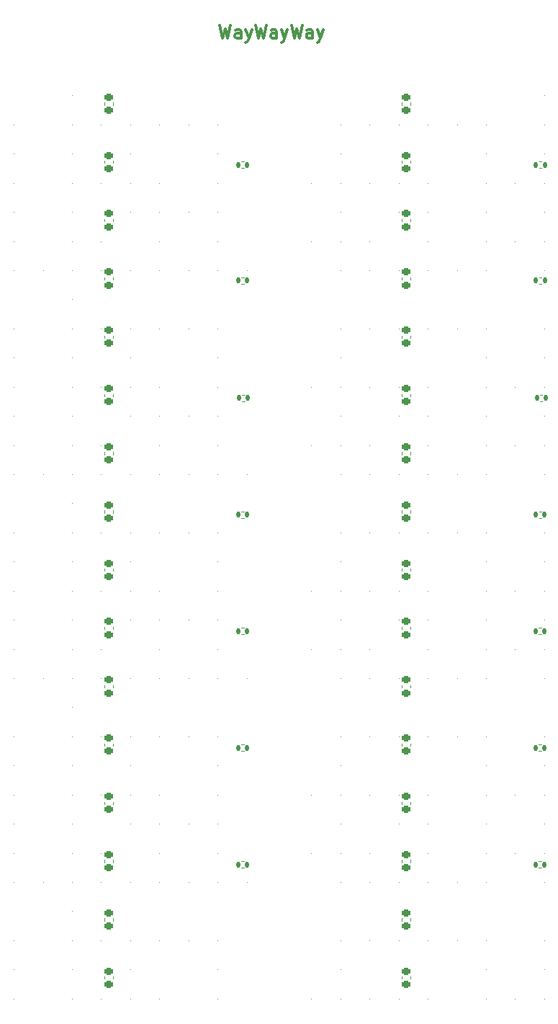
<source format=gbr>
G04 #@! TF.GenerationSoftware,KiCad,Pcbnew,7.0.9*
G04 #@! TF.CreationDate,2024-01-30T21:21:20-05:00*
G04 #@! TF.ProjectId,RGB-Panel,5247422d-5061-46e6-956c-2e6b69636164,V2.6*
G04 #@! TF.SameCoordinates,Original*
G04 #@! TF.FileFunction,Legend,Top*
G04 #@! TF.FilePolarity,Positive*
%FSLAX46Y46*%
G04 Gerber Fmt 4.6, Leading zero omitted, Abs format (unit mm)*
G04 Created by KiCad (PCBNEW 7.0.9) date 2024-01-30 21:21:20*
%MOMM*%
%LPD*%
G01*
G04 APERTURE LIST*
G04 Aperture macros list*
%AMRoundRect*
0 Rectangle with rounded corners*
0 $1 Rounding radius*
0 $2 $3 $4 $5 $6 $7 $8 $9 X,Y pos of 4 corners*
0 Add a 4 corners polygon primitive as box body*
4,1,4,$2,$3,$4,$5,$6,$7,$8,$9,$2,$3,0*
0 Add four circle primitives for the rounded corners*
1,1,$1+$1,$2,$3*
1,1,$1+$1,$4,$5*
1,1,$1+$1,$6,$7*
1,1,$1+$1,$8,$9*
0 Add four rect primitives between the rounded corners*
20,1,$1+$1,$2,$3,$4,$5,0*
20,1,$1+$1,$4,$5,$6,$7,0*
20,1,$1+$1,$6,$7,$8,$9,0*
20,1,$1+$1,$8,$9,$2,$3,0*%
G04 Aperture macros list end*
%ADD10C,0.300000*%
%ADD11C,0.100000*%
%ADD12C,0.120000*%
%ADD13C,0.500000*%
%ADD14R,0.500000X0.500000*%
%ADD15RoundRect,0.225000X-0.250000X0.225000X-0.250000X-0.225000X0.250000X-0.225000X0.250000X0.225000X0*%
%ADD16C,3.000000*%
%ADD17RoundRect,0.135000X-0.135000X-0.185000X0.135000X-0.185000X0.135000X0.185000X-0.135000X0.185000X0*%
G04 APERTURE END LIST*
D10*
X98792853Y-22178328D02*
X99149996Y-23678328D01*
X99149996Y-23678328D02*
X99435710Y-22606900D01*
X99435710Y-22606900D02*
X99721425Y-23678328D01*
X99721425Y-23678328D02*
X100078568Y-22178328D01*
X101292854Y-23678328D02*
X101292854Y-22892614D01*
X101292854Y-22892614D02*
X101221425Y-22749757D01*
X101221425Y-22749757D02*
X101078568Y-22678328D01*
X101078568Y-22678328D02*
X100792854Y-22678328D01*
X100792854Y-22678328D02*
X100649996Y-22749757D01*
X101292854Y-23606900D02*
X101149996Y-23678328D01*
X101149996Y-23678328D02*
X100792854Y-23678328D01*
X100792854Y-23678328D02*
X100649996Y-23606900D01*
X100649996Y-23606900D02*
X100578568Y-23464042D01*
X100578568Y-23464042D02*
X100578568Y-23321185D01*
X100578568Y-23321185D02*
X100649996Y-23178328D01*
X100649996Y-23178328D02*
X100792854Y-23106900D01*
X100792854Y-23106900D02*
X101149996Y-23106900D01*
X101149996Y-23106900D02*
X101292854Y-23035471D01*
X101864282Y-22678328D02*
X102221425Y-23678328D01*
X102578568Y-22678328D02*
X102221425Y-23678328D01*
X102221425Y-23678328D02*
X102078568Y-24035471D01*
X102078568Y-24035471D02*
X102007139Y-24106900D01*
X102007139Y-24106900D02*
X101864282Y-24178328D01*
X103007139Y-22178328D02*
X103364282Y-23678328D01*
X103364282Y-23678328D02*
X103649996Y-22606900D01*
X103649996Y-22606900D02*
X103935711Y-23678328D01*
X103935711Y-23678328D02*
X104292854Y-22178328D01*
X105507140Y-23678328D02*
X105507140Y-22892614D01*
X105507140Y-22892614D02*
X105435711Y-22749757D01*
X105435711Y-22749757D02*
X105292854Y-22678328D01*
X105292854Y-22678328D02*
X105007140Y-22678328D01*
X105007140Y-22678328D02*
X104864282Y-22749757D01*
X105507140Y-23606900D02*
X105364282Y-23678328D01*
X105364282Y-23678328D02*
X105007140Y-23678328D01*
X105007140Y-23678328D02*
X104864282Y-23606900D01*
X104864282Y-23606900D02*
X104792854Y-23464042D01*
X104792854Y-23464042D02*
X104792854Y-23321185D01*
X104792854Y-23321185D02*
X104864282Y-23178328D01*
X104864282Y-23178328D02*
X105007140Y-23106900D01*
X105007140Y-23106900D02*
X105364282Y-23106900D01*
X105364282Y-23106900D02*
X105507140Y-23035471D01*
X106078568Y-22678328D02*
X106435711Y-23678328D01*
X106792854Y-22678328D02*
X106435711Y-23678328D01*
X106435711Y-23678328D02*
X106292854Y-24035471D01*
X106292854Y-24035471D02*
X106221425Y-24106900D01*
X106221425Y-24106900D02*
X106078568Y-24178328D01*
X107221425Y-22178328D02*
X107578568Y-23678328D01*
X107578568Y-23678328D02*
X107864282Y-22606900D01*
X107864282Y-22606900D02*
X108149997Y-23678328D01*
X108149997Y-23678328D02*
X108507140Y-22178328D01*
X109721426Y-23678328D02*
X109721426Y-22892614D01*
X109721426Y-22892614D02*
X109649997Y-22749757D01*
X109649997Y-22749757D02*
X109507140Y-22678328D01*
X109507140Y-22678328D02*
X109221426Y-22678328D01*
X109221426Y-22678328D02*
X109078568Y-22749757D01*
X109721426Y-23606900D02*
X109578568Y-23678328D01*
X109578568Y-23678328D02*
X109221426Y-23678328D01*
X109221426Y-23678328D02*
X109078568Y-23606900D01*
X109078568Y-23606900D02*
X109007140Y-23464042D01*
X109007140Y-23464042D02*
X109007140Y-23321185D01*
X109007140Y-23321185D02*
X109078568Y-23178328D01*
X109078568Y-23178328D02*
X109221426Y-23106900D01*
X109221426Y-23106900D02*
X109578568Y-23106900D01*
X109578568Y-23106900D02*
X109721426Y-23035471D01*
X110292854Y-22678328D02*
X110649997Y-23678328D01*
X111007140Y-22678328D02*
X110649997Y-23678328D01*
X110649997Y-23678328D02*
X110507140Y-24035471D01*
X110507140Y-24035471D02*
X110435711Y-24106900D01*
X110435711Y-24106900D02*
X110292854Y-24178328D01*
D11*
X126748006Y-74942000D02*
G75*
G03*
X126748006Y-74942000I-25000J0D01*
G01*
X123325006Y-88634000D02*
G75*
G03*
X123325006Y-88634000I-25000J0D01*
G01*
X91748006Y-122864000D02*
G75*
G03*
X91748006Y-122864000I-25000J0D01*
G01*
X88325006Y-133133000D02*
G75*
G03*
X88325006Y-133133000I-25000J0D01*
G01*
D12*
X86227899Y-38073312D02*
X86227899Y-38354472D01*
X85207899Y-38073312D02*
X85207899Y-38354472D01*
D11*
X116479006Y-126287000D02*
G75*
G03*
X116479006Y-126287000I-25000J0D01*
G01*
X91748006Y-85211000D02*
G75*
G03*
X91748006Y-85211000I-25000J0D01*
G01*
X88325006Y-50981000D02*
G75*
G03*
X88325006Y-50981000I-25000J0D01*
G01*
X81479006Y-81788000D02*
G75*
G03*
X81479006Y-81788000I-25000J0D01*
G01*
X113056006Y-85211000D02*
G75*
G03*
X113056006Y-85211000I-25000J0D01*
G01*
X78056006Y-50981000D02*
G75*
G03*
X78056006Y-50981000I-25000J0D01*
G01*
X78056006Y-105749000D02*
G75*
G03*
X78056006Y-105749000I-25000J0D01*
G01*
X91748006Y-102326000D02*
G75*
G03*
X91748006Y-102326000I-25000J0D01*
G01*
X133594006Y-136556000D02*
G75*
G03*
X133594006Y-136556000I-25000J0D01*
G01*
X91748006Y-50981000D02*
G75*
G03*
X91748006Y-50981000I-25000J0D01*
G01*
X102017006Y-119441000D02*
G75*
G03*
X102017006Y-119441000I-25000J0D01*
G01*
X116479006Y-37289000D02*
G75*
G03*
X116479006Y-37289000I-25000J0D01*
G01*
X116479006Y-40712000D02*
G75*
G03*
X116479006Y-40712000I-25000J0D01*
G01*
X98594006Y-78365000D02*
G75*
G03*
X98594006Y-78365000I-25000J0D01*
G01*
X130171006Y-102326000D02*
G75*
G03*
X130171006Y-102326000I-25000J0D01*
G01*
D12*
X86227899Y-113379312D02*
X86227899Y-113660472D01*
X85207899Y-113379312D02*
X85207899Y-113660472D01*
D11*
X95171006Y-85211000D02*
G75*
G03*
X95171006Y-85211000I-25000J0D01*
G01*
X133594006Y-129710000D02*
G75*
G03*
X133594006Y-129710000I-25000J0D01*
G01*
X91748006Y-126287000D02*
G75*
G03*
X91748006Y-126287000I-25000J0D01*
G01*
X74633006Y-44135000D02*
G75*
G03*
X74633006Y-44135000I-25000J0D01*
G01*
X95171006Y-37289000D02*
G75*
G03*
X95171006Y-37289000I-25000J0D01*
G01*
X74633006Y-119441000D02*
G75*
G03*
X74633006Y-119441000I-25000J0D01*
G01*
X74633006Y-102326000D02*
G75*
G03*
X74633006Y-102326000I-25000J0D01*
G01*
X126748006Y-112595000D02*
G75*
G03*
X126748006Y-112595000I-25000J0D01*
G01*
X119902006Y-129710000D02*
G75*
G03*
X119902006Y-129710000I-25000J0D01*
G01*
X123325006Y-122864000D02*
G75*
G03*
X123325006Y-122864000I-25000J0D01*
G01*
X78056006Y-92057000D02*
G75*
G03*
X78056006Y-92057000I-25000J0D01*
G01*
X126748006Y-95480000D02*
G75*
G03*
X126748006Y-95480000I-25000J0D01*
G01*
X84902006Y-40712000D02*
G75*
G03*
X84902006Y-40712000I-25000J0D01*
G01*
D12*
X86227899Y-127071312D02*
X86227899Y-127352472D01*
X85207899Y-127071312D02*
X85207899Y-127352472D01*
D11*
X137017006Y-126287000D02*
G75*
G03*
X137017006Y-126287000I-25000J0D01*
G01*
X91748006Y-30443000D02*
G75*
G03*
X91748006Y-30443000I-25000J0D01*
G01*
X130171006Y-95480000D02*
G75*
G03*
X130171006Y-95480000I-25000J0D01*
G01*
X137017006Y-133133000D02*
G75*
G03*
X137017006Y-133133000I-25000J0D01*
G01*
X81479006Y-78365000D02*
G75*
G03*
X81479006Y-78365000I-25000J0D01*
G01*
X91748006Y-57827000D02*
G75*
G03*
X91748006Y-57827000I-25000J0D01*
G01*
X133594006Y-50981000D02*
G75*
G03*
X133594006Y-50981000I-25000J0D01*
G01*
X98594006Y-92057000D02*
G75*
G03*
X98594006Y-92057000I-25000J0D01*
G01*
X123325006Y-71519000D02*
G75*
G03*
X123325006Y-71519000I-25000J0D01*
G01*
X123325006Y-116018000D02*
G75*
G03*
X123325006Y-116018000I-25000J0D01*
G01*
X88325006Y-81788000D02*
G75*
G03*
X88325006Y-81788000I-25000J0D01*
G01*
X126748006Y-68096000D02*
G75*
G03*
X126748006Y-68096000I-25000J0D01*
G01*
X74633006Y-88634000D02*
G75*
G03*
X74633006Y-88634000I-25000J0D01*
G01*
X91748006Y-112595000D02*
G75*
G03*
X91748006Y-112595000I-25000J0D01*
G01*
X130171006Y-68096000D02*
G75*
G03*
X130171006Y-68096000I-25000J0D01*
G01*
X74633006Y-47558000D02*
G75*
G03*
X74633006Y-47558000I-25000J0D01*
G01*
X109633006Y-30443000D02*
G75*
G03*
X109633006Y-30443000I-25000J0D01*
G01*
X130171006Y-122864000D02*
G75*
G03*
X130171006Y-122864000I-25000J0D01*
G01*
X113056006Y-81788000D02*
G75*
G03*
X113056006Y-81788000I-25000J0D01*
G01*
X116479006Y-57827000D02*
G75*
G03*
X116479006Y-57827000I-25000J0D01*
G01*
X126748006Y-122864000D02*
G75*
G03*
X126748006Y-122864000I-25000J0D01*
G01*
X119902006Y-85211000D02*
G75*
G03*
X119902006Y-85211000I-25000J0D01*
G01*
X137017006Y-85211000D02*
G75*
G03*
X137017006Y-85211000I-25000J0D01*
G01*
X119902006Y-116018000D02*
G75*
G03*
X119902006Y-116018000I-25000J0D01*
G01*
X84902006Y-95480000D02*
G75*
G03*
X84902006Y-95480000I-25000J0D01*
G01*
X98594006Y-40712000D02*
G75*
G03*
X98594006Y-40712000I-25000J0D01*
G01*
D12*
X121227899Y-92841312D02*
X121227899Y-93122472D01*
X120207899Y-92841312D02*
X120207899Y-93122472D01*
X86227899Y-72303312D02*
X86227899Y-72584472D01*
X85207899Y-72303312D02*
X85207899Y-72584472D01*
D11*
X113056006Y-74942000D02*
G75*
G03*
X113056006Y-74942000I-25000J0D01*
G01*
X133594006Y-78365000D02*
G75*
G03*
X133594006Y-78365000I-25000J0D01*
G01*
X123325006Y-95480000D02*
G75*
G03*
X123325006Y-95480000I-25000J0D01*
G01*
X119902006Y-136556000D02*
G75*
G03*
X119902006Y-136556000I-25000J0D01*
G01*
D12*
X86227899Y-58611312D02*
X86227899Y-58892472D01*
X85207899Y-58611312D02*
X85207899Y-58892472D01*
D11*
X113056006Y-37289000D02*
G75*
G03*
X113056006Y-37289000I-25000J0D01*
G01*
X98594006Y-33866000D02*
G75*
G03*
X98594006Y-33866000I-25000J0D01*
G01*
X98594006Y-112595000D02*
G75*
G03*
X98594006Y-112595000I-25000J0D01*
G01*
X116479006Y-112595000D02*
G75*
G03*
X116479006Y-112595000I-25000J0D01*
G01*
X95171006Y-129710000D02*
G75*
G03*
X95171006Y-129710000I-25000J0D01*
G01*
X119902006Y-68096000D02*
G75*
G03*
X119902006Y-68096000I-25000J0D01*
G01*
X95171006Y-98903000D02*
G75*
G03*
X95171006Y-98903000I-25000J0D01*
G01*
D12*
X86227899Y-44919312D02*
X86227899Y-45200472D01*
X85207899Y-44919312D02*
X85207899Y-45200472D01*
D11*
X95171006Y-68096000D02*
G75*
G03*
X95171006Y-68096000I-25000J0D01*
G01*
X123325006Y-30443000D02*
G75*
G03*
X123325006Y-30443000I-25000J0D01*
G01*
X116479006Y-136556000D02*
G75*
G03*
X116479006Y-136556000I-25000J0D01*
G01*
X137017006Y-64673000D02*
G75*
G03*
X137017006Y-64673000I-25000J0D01*
G01*
X95171006Y-109172000D02*
G75*
G03*
X95171006Y-109172000I-25000J0D01*
G01*
X137017006Y-88634000D02*
G75*
G03*
X137017006Y-88634000I-25000J0D01*
G01*
D12*
X121227899Y-79149312D02*
X121227899Y-79430472D01*
X120207899Y-79149312D02*
X120207899Y-79430472D01*
D11*
X91748006Y-61250000D02*
G75*
G03*
X91748006Y-61250000I-25000J0D01*
G01*
X130171006Y-74942000D02*
G75*
G03*
X130171006Y-74942000I-25000J0D01*
G01*
X95171006Y-30443000D02*
G75*
G03*
X95171006Y-30443000I-25000J0D01*
G01*
X133594006Y-102326000D02*
G75*
G03*
X133594006Y-102326000I-25000J0D01*
G01*
D12*
X121227899Y-106533312D02*
X121227899Y-106814472D01*
X120207899Y-106533312D02*
X120207899Y-106814472D01*
D11*
X133594006Y-95480000D02*
G75*
G03*
X133594006Y-95480000I-25000J0D01*
G01*
X133594006Y-57827000D02*
G75*
G03*
X133594006Y-57827000I-25000J0D01*
G01*
X109633006Y-85211000D02*
G75*
G03*
X109633006Y-85211000I-25000J0D01*
G01*
X113056006Y-95480000D02*
G75*
G03*
X113056006Y-95480000I-25000J0D01*
G01*
X74633006Y-78365000D02*
G75*
G03*
X74633006Y-78365000I-25000J0D01*
G01*
X78056006Y-129710000D02*
G75*
G03*
X78056006Y-129710000I-25000J0D01*
G01*
X133594006Y-37289000D02*
G75*
G03*
X133594006Y-37289000I-25000J0D01*
G01*
X119902006Y-95480000D02*
G75*
G03*
X119902006Y-95480000I-25000J0D01*
G01*
X137017006Y-61250000D02*
G75*
G03*
X137017006Y-61250000I-25000J0D01*
G01*
X116479006Y-61250000D02*
G75*
G03*
X116479006Y-61250000I-25000J0D01*
G01*
X88325006Y-54404000D02*
G75*
G03*
X88325006Y-54404000I-25000J0D01*
G01*
X98594006Y-88634000D02*
G75*
G03*
X98594006Y-88634000I-25000J0D01*
G01*
X116479006Y-116018000D02*
G75*
G03*
X116479006Y-116018000I-25000J0D01*
G01*
X95171006Y-88634000D02*
G75*
G03*
X95171006Y-88634000I-25000J0D01*
G01*
X74633006Y-109172000D02*
G75*
G03*
X74633006Y-109172000I-25000J0D01*
G01*
X123325006Y-85211000D02*
G75*
G03*
X123325006Y-85211000I-25000J0D01*
G01*
X98594006Y-85211000D02*
G75*
G03*
X98594006Y-85211000I-25000J0D01*
G01*
X130171006Y-119441000D02*
G75*
G03*
X130171006Y-119441000I-25000J0D01*
G01*
D12*
X121227899Y-65457312D02*
X121227899Y-65738472D01*
X120207899Y-65457312D02*
X120207899Y-65738472D01*
D11*
X116479006Y-92057000D02*
G75*
G03*
X116479006Y-92057000I-25000J0D01*
G01*
X109633006Y-68096000D02*
G75*
G03*
X109633006Y-68096000I-25000J0D01*
G01*
X91748006Y-109172000D02*
G75*
G03*
X91748006Y-109172000I-25000J0D01*
G01*
X113056006Y-98903000D02*
G75*
G03*
X113056006Y-98903000I-25000J0D01*
G01*
X133594006Y-119441000D02*
G75*
G03*
X133594006Y-119441000I-25000J0D01*
G01*
X84902006Y-37289000D02*
G75*
G03*
X84902006Y-37289000I-25000J0D01*
G01*
X78056006Y-119441000D02*
G75*
G03*
X78056006Y-119441000I-25000J0D01*
G01*
X78056006Y-54404000D02*
G75*
G03*
X78056006Y-54404000I-25000J0D01*
G01*
X119902006Y-71519000D02*
G75*
G03*
X119902006Y-71519000I-25000J0D01*
G01*
D12*
X121227899Y-72303312D02*
X121227899Y-72584472D01*
X120207899Y-72303312D02*
X120207899Y-72584472D01*
D11*
X81479006Y-126287000D02*
G75*
G03*
X81479006Y-126287000I-25000J0D01*
G01*
X113056006Y-88634000D02*
G75*
G03*
X113056006Y-88634000I-25000J0D01*
G01*
X116479006Y-133133000D02*
G75*
G03*
X116479006Y-133133000I-25000J0D01*
G01*
X81479006Y-44135000D02*
G75*
G03*
X81479006Y-44135000I-25000J0D01*
G01*
X109633006Y-116018000D02*
G75*
G03*
X109633006Y-116018000I-25000J0D01*
G01*
X102017006Y-126287000D02*
G75*
G03*
X102017006Y-126287000I-25000J0D01*
G01*
X88325006Y-85211000D02*
G75*
G03*
X88325006Y-85211000I-25000J0D01*
G01*
X119902006Y-57827000D02*
G75*
G03*
X119902006Y-57827000I-25000J0D01*
G01*
X113056006Y-61250000D02*
G75*
G03*
X113056006Y-61250000I-25000J0D01*
G01*
X84902006Y-30443000D02*
G75*
G03*
X84902006Y-30443000I-25000J0D01*
G01*
X130171006Y-126287000D02*
G75*
G03*
X130171006Y-126287000I-25000J0D01*
G01*
X84902006Y-133133000D02*
G75*
G03*
X84902006Y-133133000I-25000J0D01*
G01*
X116479006Y-95480000D02*
G75*
G03*
X116479006Y-95480000I-25000J0D01*
G01*
X113056006Y-105749000D02*
G75*
G03*
X113056006Y-105749000I-25000J0D01*
G01*
X84902006Y-64673000D02*
G75*
G03*
X84902006Y-64673000I-25000J0D01*
G01*
X102017006Y-37289000D02*
G75*
G03*
X102017006Y-37289000I-25000J0D01*
G01*
X137017006Y-102326000D02*
G75*
G03*
X137017006Y-102326000I-25000J0D01*
G01*
X126748006Y-64673000D02*
G75*
G03*
X126748006Y-64673000I-25000J0D01*
G01*
X113056006Y-78365000D02*
G75*
G03*
X113056006Y-78365000I-25000J0D01*
G01*
X113056006Y-136556000D02*
G75*
G03*
X113056006Y-136556000I-25000J0D01*
G01*
X91748006Y-95480000D02*
G75*
G03*
X91748006Y-95480000I-25000J0D01*
G01*
X130171006Y-44135000D02*
G75*
G03*
X130171006Y-44135000I-25000J0D01*
G01*
X98594006Y-95480000D02*
G75*
G03*
X98594006Y-95480000I-25000J0D01*
G01*
X88325006Y-57827000D02*
G75*
G03*
X88325006Y-57827000I-25000J0D01*
G01*
X95171006Y-74942000D02*
G75*
G03*
X95171006Y-74942000I-25000J0D01*
G01*
X130171006Y-54404000D02*
G75*
G03*
X130171006Y-54404000I-25000J0D01*
G01*
X78056006Y-102326000D02*
G75*
G03*
X78056006Y-102326000I-25000J0D01*
G01*
X81479006Y-61250000D02*
G75*
G03*
X81479006Y-61250000I-25000J0D01*
G01*
X81479006Y-109172000D02*
G75*
G03*
X81479006Y-109172000I-25000J0D01*
G01*
X95171006Y-92057000D02*
G75*
G03*
X95171006Y-92057000I-25000J0D01*
G01*
D12*
X121227899Y-127071312D02*
X121227899Y-127352472D01*
X120207899Y-127071312D02*
X120207899Y-127352472D01*
X121227899Y-44919312D02*
X121227899Y-45200472D01*
X120207899Y-44919312D02*
X120207899Y-45200472D01*
D11*
X78056006Y-122864000D02*
G75*
G03*
X78056006Y-122864000I-25000J0D01*
G01*
X123325006Y-133133000D02*
G75*
G03*
X123325006Y-133133000I-25000J0D01*
G01*
X119902006Y-88634000D02*
G75*
G03*
X119902006Y-88634000I-25000J0D01*
G01*
X137017006Y-105749000D02*
G75*
G03*
X137017006Y-105749000I-25000J0D01*
G01*
X116479006Y-105749000D02*
G75*
G03*
X116479006Y-105749000I-25000J0D01*
G01*
X91748006Y-71519000D02*
G75*
G03*
X91748006Y-71519000I-25000J0D01*
G01*
X98594006Y-133133000D02*
G75*
G03*
X98594006Y-133133000I-25000J0D01*
G01*
X74633006Y-61250000D02*
G75*
G03*
X74633006Y-61250000I-25000J0D01*
G01*
X116479006Y-74942000D02*
G75*
G03*
X116479006Y-74942000I-25000J0D01*
G01*
X109633006Y-136556000D02*
G75*
G03*
X109633006Y-136556000I-25000J0D01*
G01*
X123325006Y-47558000D02*
G75*
G03*
X123325006Y-47558000I-25000J0D01*
G01*
X91748006Y-136556000D02*
G75*
G03*
X91748006Y-136556000I-25000J0D01*
G01*
X137017006Y-50981000D02*
G75*
G03*
X137017006Y-50981000I-25000J0D01*
G01*
X123325006Y-92057000D02*
G75*
G03*
X123325006Y-92057000I-25000J0D01*
G01*
X137017006Y-30443000D02*
G75*
G03*
X137017006Y-30443000I-25000J0D01*
G01*
X109633006Y-88634000D02*
G75*
G03*
X109633006Y-88634000I-25000J0D01*
G01*
X123325006Y-57827000D02*
G75*
G03*
X123325006Y-57827000I-25000J0D01*
G01*
X84902006Y-88634000D02*
G75*
G03*
X84902006Y-88634000I-25000J0D01*
G01*
X91748006Y-37289000D02*
G75*
G03*
X91748006Y-37289000I-25000J0D01*
G01*
X84902006Y-109172000D02*
G75*
G03*
X84902006Y-109172000I-25000J0D01*
G01*
X102017006Y-88634000D02*
G75*
G03*
X102017006Y-88634000I-25000J0D01*
G01*
X84902006Y-122864000D02*
G75*
G03*
X84902006Y-122864000I-25000J0D01*
G01*
X119902006Y-133133000D02*
G75*
G03*
X119902006Y-133133000I-25000J0D01*
G01*
X113056006Y-92057000D02*
G75*
G03*
X113056006Y-92057000I-25000J0D01*
G01*
X78056006Y-78365000D02*
G75*
G03*
X78056006Y-78365000I-25000J0D01*
G01*
D12*
X101349258Y-79262392D02*
X101656540Y-79262392D01*
X101349258Y-80022392D02*
X101656540Y-80022392D01*
D11*
X133594006Y-40712000D02*
G75*
G03*
X133594006Y-40712000I-25000J0D01*
G01*
X84902006Y-54404000D02*
G75*
G03*
X84902006Y-54404000I-25000J0D01*
G01*
X133594006Y-112595000D02*
G75*
G03*
X133594006Y-112595000I-25000J0D01*
G01*
X116479006Y-102326000D02*
G75*
G03*
X116479006Y-102326000I-25000J0D01*
G01*
X123325006Y-109172000D02*
G75*
G03*
X123325006Y-109172000I-25000J0D01*
G01*
X84902006Y-92057000D02*
G75*
G03*
X84902006Y-92057000I-25000J0D01*
G01*
X126748006Y-109172000D02*
G75*
G03*
X126748006Y-109172000I-25000J0D01*
G01*
X88325006Y-112595000D02*
G75*
G03*
X88325006Y-112595000I-25000J0D01*
G01*
X123325006Y-78365000D02*
G75*
G03*
X123325006Y-78365000I-25000J0D01*
G01*
X78056006Y-40712000D02*
G75*
G03*
X78056006Y-40712000I-25000J0D01*
G01*
X109633006Y-119441000D02*
G75*
G03*
X109633006Y-119441000I-25000J0D01*
G01*
X81479006Y-74942000D02*
G75*
G03*
X81479006Y-74942000I-25000J0D01*
G01*
X113056006Y-30443000D02*
G75*
G03*
X113056006Y-30443000I-25000J0D01*
G01*
X102017006Y-122864000D02*
G75*
G03*
X102017006Y-122864000I-25000J0D01*
G01*
D12*
X101356365Y-38163000D02*
X101663647Y-38163000D01*
X101356365Y-38923000D02*
X101663647Y-38923000D01*
D11*
X78056006Y-33866000D02*
G75*
G03*
X78056006Y-33866000I-25000J0D01*
G01*
X78056006Y-71519000D02*
G75*
G03*
X78056006Y-71519000I-25000J0D01*
G01*
X74633006Y-133133000D02*
G75*
G03*
X74633006Y-133133000I-25000J0D01*
G01*
X126748006Y-71519000D02*
G75*
G03*
X126748006Y-71519000I-25000J0D01*
G01*
X113056006Y-122864000D02*
G75*
G03*
X113056006Y-122864000I-25000J0D01*
G01*
X126748006Y-33866000D02*
G75*
G03*
X126748006Y-33866000I-25000J0D01*
G01*
X78056006Y-109172000D02*
G75*
G03*
X78056006Y-109172000I-25000J0D01*
G01*
X116479006Y-119441000D02*
G75*
G03*
X116479006Y-119441000I-25000J0D01*
G01*
X119902006Y-33866000D02*
G75*
G03*
X119902006Y-33866000I-25000J0D01*
G01*
X84902006Y-81788000D02*
G75*
G03*
X84902006Y-81788000I-25000J0D01*
G01*
X123325006Y-112595000D02*
G75*
G03*
X123325006Y-112595000I-25000J0D01*
G01*
X102017006Y-112595000D02*
G75*
G03*
X102017006Y-112595000I-25000J0D01*
G01*
X130171006Y-71519000D02*
G75*
G03*
X130171006Y-71519000I-25000J0D01*
G01*
X113056006Y-50981000D02*
G75*
G03*
X113056006Y-50981000I-25000J0D01*
G01*
X102017006Y-74942000D02*
G75*
G03*
X102017006Y-74942000I-25000J0D01*
G01*
X95171006Y-50981000D02*
G75*
G03*
X95171006Y-50981000I-25000J0D01*
G01*
X78056006Y-68096000D02*
G75*
G03*
X78056006Y-68096000I-25000J0D01*
G01*
X126748006Y-88634000D02*
G75*
G03*
X126748006Y-88634000I-25000J0D01*
G01*
X102017006Y-92057000D02*
G75*
G03*
X102017006Y-92057000I-25000J0D01*
G01*
X78056006Y-85211000D02*
G75*
G03*
X78056006Y-85211000I-25000J0D01*
G01*
X119902006Y-92057000D02*
G75*
G03*
X119902006Y-92057000I-25000J0D01*
G01*
X109633006Y-98903000D02*
G75*
G03*
X109633006Y-98903000I-25000J0D01*
G01*
X116479006Y-122864000D02*
G75*
G03*
X116479006Y-122864000I-25000J0D01*
G01*
X84902006Y-61250000D02*
G75*
G03*
X84902006Y-61250000I-25000J0D01*
G01*
X88325006Y-78365000D02*
G75*
G03*
X88325006Y-78365000I-25000J0D01*
G01*
X88325006Y-88634000D02*
G75*
G03*
X88325006Y-88634000I-25000J0D01*
G01*
X123325006Y-61250000D02*
G75*
G03*
X123325006Y-61250000I-25000J0D01*
G01*
X74633006Y-50981000D02*
G75*
G03*
X74633006Y-50981000I-25000J0D01*
G01*
X113056006Y-64673000D02*
G75*
G03*
X113056006Y-64673000I-25000J0D01*
G01*
X109633006Y-122864000D02*
G75*
G03*
X109633006Y-122864000I-25000J0D01*
G01*
X81479006Y-71519000D02*
G75*
G03*
X81479006Y-71519000I-25000J0D01*
G01*
X81479006Y-30443000D02*
G75*
G03*
X81479006Y-30443000I-25000J0D01*
G01*
X88325006Y-30443000D02*
G75*
G03*
X88325006Y-30443000I-25000J0D01*
G01*
X88325006Y-136556000D02*
G75*
G03*
X88325006Y-136556000I-25000J0D01*
G01*
D12*
X121227899Y-133917312D02*
X121227899Y-134198472D01*
X120207899Y-133917312D02*
X120207899Y-134198472D01*
D11*
X91748006Y-54404000D02*
G75*
G03*
X91748006Y-54404000I-25000J0D01*
G01*
X74633006Y-129710000D02*
G75*
G03*
X74633006Y-129710000I-25000J0D01*
G01*
X78056006Y-37289000D02*
G75*
G03*
X78056006Y-37289000I-25000J0D01*
G01*
X88325006Y-40712000D02*
G75*
G03*
X88325006Y-40712000I-25000J0D01*
G01*
X119902006Y-40712000D02*
G75*
G03*
X119902006Y-40712000I-25000J0D01*
G01*
X88325006Y-68096000D02*
G75*
G03*
X88325006Y-68096000I-25000J0D01*
G01*
X88325006Y-71519000D02*
G75*
G03*
X88325006Y-71519000I-25000J0D01*
G01*
X102017006Y-68096000D02*
G75*
G03*
X102017006Y-68096000I-25000J0D01*
G01*
X137017006Y-54404000D02*
G75*
G03*
X137017006Y-54404000I-25000J0D01*
G01*
X123325006Y-105749000D02*
G75*
G03*
X123325006Y-105749000I-25000J0D01*
G01*
X84902006Y-78365000D02*
G75*
G03*
X84902006Y-78365000I-25000J0D01*
G01*
X130171006Y-50981000D02*
G75*
G03*
X130171006Y-50981000I-25000J0D01*
G01*
D12*
X136449257Y-65562392D02*
X136756539Y-65562392D01*
X136449257Y-66322392D02*
X136756539Y-66322392D01*
D11*
X95171006Y-78365000D02*
G75*
G03*
X95171006Y-78365000I-25000J0D01*
G01*
X133594006Y-85211000D02*
G75*
G03*
X133594006Y-85211000I-25000J0D01*
G01*
D12*
X86227899Y-106533312D02*
X86227899Y-106814472D01*
X85207899Y-106533312D02*
X85207899Y-106814472D01*
D11*
X88325006Y-122864000D02*
G75*
G03*
X88325006Y-122864000I-25000J0D01*
G01*
X109633006Y-105749000D02*
G75*
G03*
X109633006Y-105749000I-25000J0D01*
G01*
X95171006Y-33866000D02*
G75*
G03*
X95171006Y-33866000I-25000J0D01*
G01*
X78056006Y-136556000D02*
G75*
G03*
X78056006Y-136556000I-25000J0D01*
G01*
X133594006Y-74942000D02*
G75*
G03*
X133594006Y-74942000I-25000J0D01*
G01*
X102017006Y-85211000D02*
G75*
G03*
X102017006Y-85211000I-25000J0D01*
G01*
X133594006Y-71519000D02*
G75*
G03*
X133594006Y-71519000I-25000J0D01*
G01*
X95171006Y-71519000D02*
G75*
G03*
X95171006Y-71519000I-25000J0D01*
G01*
X95171006Y-136556000D02*
G75*
G03*
X95171006Y-136556000I-25000J0D01*
G01*
D12*
X136329258Y-106663392D02*
X136636540Y-106663392D01*
X136329258Y-107423392D02*
X136636540Y-107423392D01*
D11*
X98594006Y-61250000D02*
G75*
G03*
X98594006Y-61250000I-25000J0D01*
G01*
X116479006Y-47558000D02*
G75*
G03*
X116479006Y-47558000I-25000J0D01*
G01*
X123325006Y-81788000D02*
G75*
G03*
X123325006Y-81788000I-25000J0D01*
G01*
X119902006Y-47558000D02*
G75*
G03*
X119902006Y-47558000I-25000J0D01*
G01*
X123325006Y-129710000D02*
G75*
G03*
X123325006Y-129710000I-25000J0D01*
G01*
X95171006Y-122864000D02*
G75*
G03*
X95171006Y-122864000I-25000J0D01*
G01*
X102017006Y-105749000D02*
G75*
G03*
X102017006Y-105749000I-25000J0D01*
G01*
X123325006Y-98903000D02*
G75*
G03*
X123325006Y-98903000I-25000J0D01*
G01*
X95171006Y-40712000D02*
G75*
G03*
X95171006Y-40712000I-25000J0D01*
G01*
X81479006Y-40712000D02*
G75*
G03*
X81479006Y-40712000I-25000J0D01*
G01*
X78056006Y-88634000D02*
G75*
G03*
X78056006Y-88634000I-25000J0D01*
G01*
X109633006Y-33866000D02*
G75*
G03*
X109633006Y-33866000I-25000J0D01*
G01*
X119902006Y-81788000D02*
G75*
G03*
X119902006Y-81788000I-25000J0D01*
G01*
X84902006Y-136556000D02*
G75*
G03*
X84902006Y-136556000I-25000J0D01*
G01*
X113056006Y-68096000D02*
G75*
G03*
X113056006Y-68096000I-25000J0D01*
G01*
X74633006Y-95480000D02*
G75*
G03*
X74633006Y-95480000I-25000J0D01*
G01*
X95171006Y-54404000D02*
G75*
G03*
X95171006Y-54404000I-25000J0D01*
G01*
X137017006Y-74942000D02*
G75*
G03*
X137017006Y-74942000I-25000J0D01*
G01*
X119902006Y-74942000D02*
G75*
G03*
X119902006Y-74942000I-25000J0D01*
G01*
X113056006Y-33866000D02*
G75*
G03*
X113056006Y-33866000I-25000J0D01*
G01*
X126748006Y-61250000D02*
G75*
G03*
X126748006Y-61250000I-25000J0D01*
G01*
X102017006Y-133133000D02*
G75*
G03*
X102017006Y-133133000I-25000J0D01*
G01*
X84902006Y-116018000D02*
G75*
G03*
X84902006Y-116018000I-25000J0D01*
G01*
X123325006Y-40712000D02*
G75*
G03*
X123325006Y-40712000I-25000J0D01*
G01*
D12*
X136329258Y-92963392D02*
X136636540Y-92963392D01*
X136329258Y-93723392D02*
X136636540Y-93723392D01*
D11*
X126748006Y-30443000D02*
G75*
G03*
X126748006Y-30443000I-25000J0D01*
G01*
X98594006Y-119441000D02*
G75*
G03*
X98594006Y-119441000I-25000J0D01*
G01*
X109633006Y-50981000D02*
G75*
G03*
X109633006Y-50981000I-25000J0D01*
G01*
X126748006Y-44135000D02*
G75*
G03*
X126748006Y-44135000I-25000J0D01*
G01*
X98594006Y-129710000D02*
G75*
G03*
X98594006Y-129710000I-25000J0D01*
G01*
X88325006Y-126287000D02*
G75*
G03*
X88325006Y-126287000I-25000J0D01*
G01*
X130171006Y-133133000D02*
G75*
G03*
X130171006Y-133133000I-25000J0D01*
G01*
X109633006Y-112595000D02*
G75*
G03*
X109633006Y-112595000I-25000J0D01*
G01*
X98594006Y-122864000D02*
G75*
G03*
X98594006Y-122864000I-25000J0D01*
G01*
X133594006Y-61250000D02*
G75*
G03*
X133594006Y-61250000I-25000J0D01*
G01*
X113056006Y-57827000D02*
G75*
G03*
X113056006Y-57827000I-25000J0D01*
G01*
X133594006Y-88634000D02*
G75*
G03*
X133594006Y-88634000I-25000J0D01*
G01*
X102017006Y-81788000D02*
G75*
G03*
X102017006Y-81788000I-25000J0D01*
G01*
X109633006Y-37289000D02*
G75*
G03*
X109633006Y-37289000I-25000J0D01*
G01*
X113056006Y-102326000D02*
G75*
G03*
X113056006Y-102326000I-25000J0D01*
G01*
X116479006Y-68096000D02*
G75*
G03*
X116479006Y-68096000I-25000J0D01*
G01*
X74633006Y-74942000D02*
G75*
G03*
X74633006Y-74942000I-25000J0D01*
G01*
X91748006Y-88634000D02*
G75*
G03*
X91748006Y-88634000I-25000J0D01*
G01*
D12*
X136349258Y-79262392D02*
X136656540Y-79262392D01*
X136349258Y-80022392D02*
X136656540Y-80022392D01*
D11*
X81479006Y-122864000D02*
G75*
G03*
X81479006Y-122864000I-25000J0D01*
G01*
D12*
X86227899Y-92841312D02*
X86227899Y-93122472D01*
X85207899Y-92841312D02*
X85207899Y-93122472D01*
D11*
X123325006Y-64673000D02*
G75*
G03*
X123325006Y-64673000I-25000J0D01*
G01*
X119902006Y-122864000D02*
G75*
G03*
X119902006Y-122864000I-25000J0D01*
G01*
X119902006Y-78365000D02*
G75*
G03*
X119902006Y-78365000I-25000J0D01*
G01*
X137017006Y-129710000D02*
G75*
G03*
X137017006Y-129710000I-25000J0D01*
G01*
X137017006Y-71519000D02*
G75*
G03*
X137017006Y-71519000I-25000J0D01*
G01*
D12*
X101329258Y-106663392D02*
X101636540Y-106663392D01*
X101329258Y-107423392D02*
X101636540Y-107423392D01*
D11*
X74633006Y-40712000D02*
G75*
G03*
X74633006Y-40712000I-25000J0D01*
G01*
X95171006Y-44135000D02*
G75*
G03*
X95171006Y-44135000I-25000J0D01*
G01*
X98594006Y-136556000D02*
G75*
G03*
X98594006Y-136556000I-25000J0D01*
G01*
X98594006Y-50981000D02*
G75*
G03*
X98594006Y-50981000I-25000J0D01*
G01*
X123325006Y-102326000D02*
G75*
G03*
X123325006Y-102326000I-25000J0D01*
G01*
X98594006Y-105749000D02*
G75*
G03*
X98594006Y-105749000I-25000J0D01*
G01*
D12*
X86227899Y-31227312D02*
X86227899Y-31508472D01*
X85207899Y-31227312D02*
X85207899Y-31508472D01*
D11*
X98594006Y-44135000D02*
G75*
G03*
X98594006Y-44135000I-25000J0D01*
G01*
X84902006Y-44135000D02*
G75*
G03*
X84902006Y-44135000I-25000J0D01*
G01*
X109633006Y-81788000D02*
G75*
G03*
X109633006Y-81788000I-25000J0D01*
G01*
X98594006Y-30443000D02*
G75*
G03*
X98594006Y-30443000I-25000J0D01*
G01*
X78056006Y-74942000D02*
G75*
G03*
X78056006Y-74942000I-25000J0D01*
G01*
X137017006Y-109172000D02*
G75*
G03*
X137017006Y-109172000I-25000J0D01*
G01*
X91748006Y-105749000D02*
G75*
G03*
X91748006Y-105749000I-25000J0D01*
G01*
X130171006Y-116018000D02*
G75*
G03*
X130171006Y-116018000I-25000J0D01*
G01*
X130171006Y-33866000D02*
G75*
G03*
X130171006Y-33866000I-25000J0D01*
G01*
X137017006Y-33866000D02*
G75*
G03*
X137017006Y-33866000I-25000J0D01*
G01*
X113056006Y-109172000D02*
G75*
G03*
X113056006Y-109172000I-25000J0D01*
G01*
X123325006Y-74942000D02*
G75*
G03*
X123325006Y-74942000I-25000J0D01*
G01*
X102017006Y-129710000D02*
G75*
G03*
X102017006Y-129710000I-25000J0D01*
G01*
X98594006Y-102326000D02*
G75*
G03*
X98594006Y-102326000I-25000J0D01*
G01*
X130171006Y-136556000D02*
G75*
G03*
X130171006Y-136556000I-25000J0D01*
G01*
X95171006Y-112595000D02*
G75*
G03*
X95171006Y-112595000I-25000J0D01*
G01*
X91748006Y-44135000D02*
G75*
G03*
X91748006Y-44135000I-25000J0D01*
G01*
X74633006Y-122864000D02*
G75*
G03*
X74633006Y-122864000I-25000J0D01*
G01*
X130171006Y-129710000D02*
G75*
G03*
X130171006Y-129710000I-25000J0D01*
G01*
D12*
X136356365Y-51769500D02*
X136663647Y-51769500D01*
X136356365Y-52529500D02*
X136663647Y-52529500D01*
D11*
X74633006Y-81788000D02*
G75*
G03*
X74633006Y-81788000I-25000J0D01*
G01*
X91748006Y-33866000D02*
G75*
G03*
X91748006Y-33866000I-25000J0D01*
G01*
X78056006Y-126287000D02*
G75*
G03*
X78056006Y-126287000I-25000J0D01*
G01*
X78056006Y-95480000D02*
G75*
G03*
X78056006Y-95480000I-25000J0D01*
G01*
X137017006Y-112595000D02*
G75*
G03*
X137017006Y-112595000I-25000J0D01*
G01*
X130171006Y-40712000D02*
G75*
G03*
X130171006Y-40712000I-25000J0D01*
G01*
X116479006Y-109172000D02*
G75*
G03*
X116479006Y-109172000I-25000J0D01*
G01*
X119902006Y-30443000D02*
G75*
G03*
X119902006Y-30443000I-25000J0D01*
G01*
X84902006Y-102326000D02*
G75*
G03*
X84902006Y-102326000I-25000J0D01*
G01*
X137017006Y-57827000D02*
G75*
G03*
X137017006Y-57827000I-25000J0D01*
G01*
X84902006Y-57827000D02*
G75*
G03*
X84902006Y-57827000I-25000J0D01*
G01*
X78056006Y-61250000D02*
G75*
G03*
X78056006Y-61250000I-25000J0D01*
G01*
X130171006Y-109172000D02*
G75*
G03*
X130171006Y-109172000I-25000J0D01*
G01*
X126748006Y-40712000D02*
G75*
G03*
X126748006Y-40712000I-25000J0D01*
G01*
X91748006Y-81788000D02*
G75*
G03*
X91748006Y-81788000I-25000J0D01*
G01*
X78056006Y-44135000D02*
G75*
G03*
X78056006Y-44135000I-25000J0D01*
G01*
X102017006Y-61250000D02*
G75*
G03*
X102017006Y-61250000I-25000J0D01*
G01*
X113056006Y-116018000D02*
G75*
G03*
X113056006Y-116018000I-25000J0D01*
G01*
X74633006Y-126287000D02*
G75*
G03*
X74633006Y-126287000I-25000J0D01*
G01*
X109633006Y-44135000D02*
G75*
G03*
X109633006Y-44135000I-25000J0D01*
G01*
X98594006Y-64673000D02*
G75*
G03*
X98594006Y-64673000I-25000J0D01*
G01*
X102017006Y-47558000D02*
G75*
G03*
X102017006Y-47558000I-25000J0D01*
G01*
D12*
X121227899Y-58611312D02*
X121227899Y-58892472D01*
X120207899Y-58611312D02*
X120207899Y-58892472D01*
D11*
X81479006Y-119441000D02*
G75*
G03*
X81479006Y-119441000I-25000J0D01*
G01*
X130171006Y-78365000D02*
G75*
G03*
X130171006Y-78365000I-25000J0D01*
G01*
X91748006Y-68096000D02*
G75*
G03*
X91748006Y-68096000I-25000J0D01*
G01*
X74633006Y-85211000D02*
G75*
G03*
X74633006Y-85211000I-25000J0D01*
G01*
X133594006Y-81788000D02*
G75*
G03*
X133594006Y-81788000I-25000J0D01*
G01*
X84902006Y-129710000D02*
G75*
G03*
X84902006Y-129710000I-25000J0D01*
G01*
X123325006Y-54404000D02*
G75*
G03*
X123325006Y-54404000I-25000J0D01*
G01*
X95171006Y-126287000D02*
G75*
G03*
X95171006Y-126287000I-25000J0D01*
G01*
X116479006Y-44135000D02*
G75*
G03*
X116479006Y-44135000I-25000J0D01*
G01*
X81479006Y-33866000D02*
G75*
G03*
X81479006Y-33866000I-25000J0D01*
G01*
X84902006Y-50981000D02*
G75*
G03*
X84902006Y-50981000I-25000J0D01*
G01*
X126748006Y-85211000D02*
G75*
G03*
X126748006Y-85211000I-25000J0D01*
G01*
X91748006Y-98903000D02*
G75*
G03*
X91748006Y-98903000I-25000J0D01*
G01*
X91748006Y-40712000D02*
G75*
G03*
X91748006Y-40712000I-25000J0D01*
G01*
X98594006Y-126287000D02*
G75*
G03*
X98594006Y-126287000I-25000J0D01*
G01*
X88325006Y-37289000D02*
G75*
G03*
X88325006Y-37289000I-25000J0D01*
G01*
D12*
X121227899Y-51765312D02*
X121227899Y-52046472D01*
X120207899Y-51765312D02*
X120207899Y-52046472D01*
D11*
X74633006Y-68096000D02*
G75*
G03*
X74633006Y-68096000I-25000J0D01*
G01*
X109633006Y-54404000D02*
G75*
G03*
X109633006Y-54404000I-25000J0D01*
G01*
X133594006Y-105749000D02*
G75*
G03*
X133594006Y-105749000I-25000J0D01*
G01*
X74633006Y-71519000D02*
G75*
G03*
X74633006Y-71519000I-25000J0D01*
G01*
X102017006Y-64673000D02*
G75*
G03*
X102017006Y-64673000I-25000J0D01*
G01*
D12*
X86227899Y-85995312D02*
X86227899Y-86276472D01*
X85207899Y-85995312D02*
X85207899Y-86276472D01*
D11*
X81479006Y-54404000D02*
G75*
G03*
X81479006Y-54404000I-25000J0D01*
G01*
X137017006Y-37289000D02*
G75*
G03*
X137017006Y-37289000I-25000J0D01*
G01*
X91748006Y-78365000D02*
G75*
G03*
X91748006Y-78365000I-25000J0D01*
G01*
X119902006Y-50981000D02*
G75*
G03*
X119902006Y-50981000I-25000J0D01*
G01*
X102017006Y-116018000D02*
G75*
G03*
X102017006Y-116018000I-25000J0D01*
G01*
X130171006Y-92057000D02*
G75*
G03*
X130171006Y-92057000I-25000J0D01*
G01*
X81479006Y-112595000D02*
G75*
G03*
X81479006Y-112595000I-25000J0D01*
G01*
X91748006Y-64673000D02*
G75*
G03*
X91748006Y-64673000I-25000J0D01*
G01*
D12*
X86227899Y-65457312D02*
X86227899Y-65738472D01*
X85207899Y-65457312D02*
X85207899Y-65738472D01*
D11*
X133594006Y-33866000D02*
G75*
G03*
X133594006Y-33866000I-25000J0D01*
G01*
X119902006Y-64673000D02*
G75*
G03*
X119902006Y-64673000I-25000J0D01*
G01*
X126748006Y-102326000D02*
G75*
G03*
X126748006Y-102326000I-25000J0D01*
G01*
X130171006Y-30443000D02*
G75*
G03*
X130171006Y-30443000I-25000J0D01*
G01*
D12*
X136329258Y-120363392D02*
X136636540Y-120363392D01*
X136329258Y-121123392D02*
X136636540Y-121123392D01*
D11*
X123325006Y-33866000D02*
G75*
G03*
X123325006Y-33866000I-25000J0D01*
G01*
X109633006Y-102326000D02*
G75*
G03*
X109633006Y-102326000I-25000J0D01*
G01*
X126748006Y-105749000D02*
G75*
G03*
X126748006Y-105749000I-25000J0D01*
G01*
X137017006Y-47558000D02*
G75*
G03*
X137017006Y-47558000I-25000J0D01*
G01*
X113056006Y-112595000D02*
G75*
G03*
X113056006Y-112595000I-25000J0D01*
G01*
X130171006Y-57827000D02*
G75*
G03*
X130171006Y-57827000I-25000J0D01*
G01*
X123325006Y-119441000D02*
G75*
G03*
X123325006Y-119441000I-25000J0D01*
G01*
X130171006Y-64673000D02*
G75*
G03*
X130171006Y-64673000I-25000J0D01*
G01*
X91748006Y-74942000D02*
G75*
G03*
X91748006Y-74942000I-25000J0D01*
G01*
X130171006Y-61250000D02*
G75*
G03*
X130171006Y-61250000I-25000J0D01*
G01*
X126748006Y-81788000D02*
G75*
G03*
X126748006Y-81788000I-25000J0D01*
G01*
X116479006Y-78365000D02*
G75*
G03*
X116479006Y-78365000I-25000J0D01*
G01*
X81479006Y-50981000D02*
G75*
G03*
X81479006Y-50981000I-25000J0D01*
G01*
D12*
X86227899Y-120225312D02*
X86227899Y-120506472D01*
X85207899Y-120225312D02*
X85207899Y-120506472D01*
D11*
X130171006Y-105749000D02*
G75*
G03*
X130171006Y-105749000I-25000J0D01*
G01*
X88325006Y-92057000D02*
G75*
G03*
X88325006Y-92057000I-25000J0D01*
G01*
X109633006Y-71519000D02*
G75*
G03*
X109633006Y-71519000I-25000J0D01*
G01*
X81479006Y-98903000D02*
G75*
G03*
X81479006Y-98903000I-25000J0D01*
G01*
X133594006Y-44135000D02*
G75*
G03*
X133594006Y-44135000I-25000J0D01*
G01*
X102017006Y-44135000D02*
G75*
G03*
X102017006Y-44135000I-25000J0D01*
G01*
X133594006Y-122864000D02*
G75*
G03*
X133594006Y-122864000I-25000J0D01*
G01*
X109633006Y-47558000D02*
G75*
G03*
X109633006Y-47558000I-25000J0D01*
G01*
X98594006Y-74942000D02*
G75*
G03*
X98594006Y-74942000I-25000J0D01*
G01*
X126748006Y-92057000D02*
G75*
G03*
X126748006Y-92057000I-25000J0D01*
G01*
D12*
X121227899Y-31227312D02*
X121227899Y-31508472D01*
X120207899Y-31227312D02*
X120207899Y-31508472D01*
D11*
X123325006Y-44135000D02*
G75*
G03*
X123325006Y-44135000I-25000J0D01*
G01*
X98594006Y-47558000D02*
G75*
G03*
X98594006Y-47558000I-25000J0D01*
G01*
X133594006Y-64673000D02*
G75*
G03*
X133594006Y-64673000I-25000J0D01*
G01*
X91748006Y-92057000D02*
G75*
G03*
X91748006Y-92057000I-25000J0D01*
G01*
X81479006Y-116018000D02*
G75*
G03*
X81479006Y-116018000I-25000J0D01*
G01*
X78056006Y-81788000D02*
G75*
G03*
X78056006Y-81788000I-25000J0D01*
G01*
X119902006Y-126287000D02*
G75*
G03*
X119902006Y-126287000I-25000J0D01*
G01*
X91748006Y-116018000D02*
G75*
G03*
X91748006Y-116018000I-25000J0D01*
G01*
X119902006Y-44135000D02*
G75*
G03*
X119902006Y-44135000I-25000J0D01*
G01*
X119902006Y-37289000D02*
G75*
G03*
X119902006Y-37289000I-25000J0D01*
G01*
X116479006Y-98903000D02*
G75*
G03*
X116479006Y-98903000I-25000J0D01*
G01*
X78056006Y-112595000D02*
G75*
G03*
X78056006Y-112595000I-25000J0D01*
G01*
X84902006Y-98903000D02*
G75*
G03*
X84902006Y-98903000I-25000J0D01*
G01*
X102017006Y-40712000D02*
G75*
G03*
X102017006Y-40712000I-25000J0D01*
G01*
X137017006Y-98903000D02*
G75*
G03*
X137017006Y-98903000I-25000J0D01*
G01*
X81479006Y-85211000D02*
G75*
G03*
X81479006Y-85211000I-25000J0D01*
G01*
X116479006Y-85211000D02*
G75*
G03*
X116479006Y-85211000I-25000J0D01*
G01*
X81479006Y-64673000D02*
G75*
G03*
X81479006Y-64673000I-25000J0D01*
G01*
X84902006Y-68096000D02*
G75*
G03*
X84902006Y-68096000I-25000J0D01*
G01*
X102017006Y-95480000D02*
G75*
G03*
X102017006Y-95480000I-25000J0D01*
G01*
X78056006Y-133133000D02*
G75*
G03*
X78056006Y-133133000I-25000J0D01*
G01*
X88325006Y-33866000D02*
G75*
G03*
X88325006Y-33866000I-25000J0D01*
G01*
X88325006Y-98903000D02*
G75*
G03*
X88325006Y-98903000I-25000J0D01*
G01*
X126748006Y-78365000D02*
G75*
G03*
X126748006Y-78365000I-25000J0D01*
G01*
X74633006Y-64673000D02*
G75*
G03*
X74633006Y-64673000I-25000J0D01*
G01*
X119902006Y-54404000D02*
G75*
G03*
X119902006Y-54404000I-25000J0D01*
G01*
X98594006Y-81788000D02*
G75*
G03*
X98594006Y-81788000I-25000J0D01*
G01*
X102017006Y-30443000D02*
G75*
G03*
X102017006Y-30443000I-25000J0D01*
G01*
D12*
X101329258Y-92963392D02*
X101636540Y-92963392D01*
X101329258Y-93723392D02*
X101636540Y-93723392D01*
D11*
X81479006Y-136556000D02*
G75*
G03*
X81479006Y-136556000I-25000J0D01*
G01*
X88325006Y-119441000D02*
G75*
G03*
X88325006Y-119441000I-25000J0D01*
G01*
X119902006Y-61250000D02*
G75*
G03*
X119902006Y-61250000I-25000J0D01*
G01*
X81479006Y-129710000D02*
G75*
G03*
X81479006Y-129710000I-25000J0D01*
G01*
X113056006Y-54404000D02*
G75*
G03*
X113056006Y-54404000I-25000J0D01*
G01*
X78056006Y-30443000D02*
G75*
G03*
X78056006Y-30443000I-25000J0D01*
G01*
X116479006Y-54404000D02*
G75*
G03*
X116479006Y-54404000I-25000J0D01*
G01*
X130171006Y-98903000D02*
G75*
G03*
X130171006Y-98903000I-25000J0D01*
G01*
X102017006Y-54404000D02*
G75*
G03*
X102017006Y-54404000I-25000J0D01*
G01*
X123325006Y-126287000D02*
G75*
G03*
X123325006Y-126287000I-25000J0D01*
G01*
X116479006Y-71519000D02*
G75*
G03*
X116479006Y-71519000I-25000J0D01*
G01*
X102017006Y-33866000D02*
G75*
G03*
X102017006Y-33866000I-25000J0D01*
G01*
X81479006Y-95480000D02*
G75*
G03*
X81479006Y-95480000I-25000J0D01*
G01*
X123325006Y-50981000D02*
G75*
G03*
X123325006Y-50981000I-25000J0D01*
G01*
X116479006Y-129710000D02*
G75*
G03*
X116479006Y-129710000I-25000J0D01*
G01*
X109633006Y-92057000D02*
G75*
G03*
X109633006Y-92057000I-25000J0D01*
G01*
X74633006Y-57827000D02*
G75*
G03*
X74633006Y-57827000I-25000J0D01*
G01*
X98594006Y-54404000D02*
G75*
G03*
X98594006Y-54404000I-25000J0D01*
G01*
X81479006Y-57827000D02*
G75*
G03*
X81479006Y-57827000I-25000J0D01*
G01*
D12*
X136356365Y-38163000D02*
X136663647Y-38163000D01*
X136356365Y-38923000D02*
X136663647Y-38923000D01*
D11*
X95171006Y-81788000D02*
G75*
G03*
X95171006Y-81788000I-25000J0D01*
G01*
X84902006Y-71519000D02*
G75*
G03*
X84902006Y-71519000I-25000J0D01*
G01*
X123325006Y-37289000D02*
G75*
G03*
X123325006Y-37289000I-25000J0D01*
G01*
X91748006Y-133133000D02*
G75*
G03*
X91748006Y-133133000I-25000J0D01*
G01*
D12*
X86227899Y-99687312D02*
X86227899Y-99968472D01*
X85207899Y-99687312D02*
X85207899Y-99968472D01*
D11*
X109633006Y-95480000D02*
G75*
G03*
X109633006Y-95480000I-25000J0D01*
G01*
X81479006Y-37289000D02*
G75*
G03*
X81479006Y-37289000I-25000J0D01*
G01*
X109633006Y-129710000D02*
G75*
G03*
X109633006Y-129710000I-25000J0D01*
G01*
D12*
X101449257Y-65562392D02*
X101756539Y-65562392D01*
X101449257Y-66322392D02*
X101756539Y-66322392D01*
D11*
X133594006Y-54404000D02*
G75*
G03*
X133594006Y-54404000I-25000J0D01*
G01*
X126748006Y-126287000D02*
G75*
G03*
X126748006Y-126287000I-25000J0D01*
G01*
D12*
X86227899Y-79149312D02*
X86227899Y-79430472D01*
X85207899Y-79149312D02*
X85207899Y-79430472D01*
D11*
X84902006Y-119441000D02*
G75*
G03*
X84902006Y-119441000I-25000J0D01*
G01*
X78056006Y-47558000D02*
G75*
G03*
X78056006Y-47558000I-25000J0D01*
G01*
X109633006Y-133133000D02*
G75*
G03*
X109633006Y-133133000I-25000J0D01*
G01*
X126748006Y-119441000D02*
G75*
G03*
X126748006Y-119441000I-25000J0D01*
G01*
X126748006Y-57827000D02*
G75*
G03*
X126748006Y-57827000I-25000J0D01*
G01*
X137017006Y-122864000D02*
G75*
G03*
X137017006Y-122864000I-25000J0D01*
G01*
X98594006Y-109172000D02*
G75*
G03*
X98594006Y-109172000I-25000J0D01*
G01*
X137017006Y-92057000D02*
G75*
G03*
X137017006Y-92057000I-25000J0D01*
G01*
X126748006Y-98903000D02*
G75*
G03*
X126748006Y-98903000I-25000J0D01*
G01*
X88325006Y-116018000D02*
G75*
G03*
X88325006Y-116018000I-25000J0D01*
G01*
X84902006Y-47558000D02*
G75*
G03*
X84902006Y-47558000I-25000J0D01*
G01*
X137017006Y-40712000D02*
G75*
G03*
X137017006Y-40712000I-25000J0D01*
G01*
X74633006Y-30443000D02*
G75*
G03*
X74633006Y-30443000I-25000J0D01*
G01*
X137017006Y-116018000D02*
G75*
G03*
X137017006Y-116018000I-25000J0D01*
G01*
X91748006Y-119441000D02*
G75*
G03*
X91748006Y-119441000I-25000J0D01*
G01*
X98594006Y-71519000D02*
G75*
G03*
X98594006Y-71519000I-25000J0D01*
G01*
X133594006Y-92057000D02*
G75*
G03*
X133594006Y-92057000I-25000J0D01*
G01*
X91748006Y-129710000D02*
G75*
G03*
X91748006Y-129710000I-25000J0D01*
G01*
X95171006Y-105749000D02*
G75*
G03*
X95171006Y-105749000I-25000J0D01*
G01*
X126748006Y-54404000D02*
G75*
G03*
X126748006Y-54404000I-25000J0D01*
G01*
D12*
X101329258Y-120363392D02*
X101636540Y-120363392D01*
X101329258Y-121123392D02*
X101636540Y-121123392D01*
X121227899Y-38073312D02*
X121227899Y-38354472D01*
X120207899Y-38073312D02*
X120207899Y-38354472D01*
D11*
X74633006Y-92057000D02*
G75*
G03*
X74633006Y-92057000I-25000J0D01*
G01*
X126748006Y-50981000D02*
G75*
G03*
X126748006Y-50981000I-25000J0D01*
G01*
X81479006Y-102326000D02*
G75*
G03*
X81479006Y-102326000I-25000J0D01*
G01*
X102017006Y-50981000D02*
G75*
G03*
X102017006Y-50981000I-25000J0D01*
G01*
X119902006Y-119441000D02*
G75*
G03*
X119902006Y-119441000I-25000J0D01*
G01*
X119902006Y-98903000D02*
G75*
G03*
X119902006Y-98903000I-25000J0D01*
G01*
X88325006Y-44135000D02*
G75*
G03*
X88325006Y-44135000I-25000J0D01*
G01*
X81479006Y-133133000D02*
G75*
G03*
X81479006Y-133133000I-25000J0D01*
G01*
X102017006Y-109172000D02*
G75*
G03*
X102017006Y-109172000I-25000J0D01*
G01*
X95171006Y-64673000D02*
G75*
G03*
X95171006Y-64673000I-25000J0D01*
G01*
D12*
X121227899Y-113379312D02*
X121227899Y-113660472D01*
X120207899Y-113379312D02*
X120207899Y-113660472D01*
D11*
X113056006Y-47558000D02*
G75*
G03*
X113056006Y-47558000I-25000J0D01*
G01*
X130171006Y-88634000D02*
G75*
G03*
X130171006Y-88634000I-25000J0D01*
G01*
X126748006Y-136556000D02*
G75*
G03*
X126748006Y-136556000I-25000J0D01*
G01*
X98594006Y-37289000D02*
G75*
G03*
X98594006Y-37289000I-25000J0D01*
G01*
X113056006Y-133133000D02*
G75*
G03*
X113056006Y-133133000I-25000J0D01*
G01*
X84902006Y-105749000D02*
G75*
G03*
X84902006Y-105749000I-25000J0D01*
G01*
X137017006Y-81788000D02*
G75*
G03*
X137017006Y-81788000I-25000J0D01*
G01*
X98594006Y-98903000D02*
G75*
G03*
X98594006Y-98903000I-25000J0D01*
G01*
X137017006Y-136556000D02*
G75*
G03*
X137017006Y-136556000I-25000J0D01*
G01*
X109633006Y-40712000D02*
G75*
G03*
X109633006Y-40712000I-25000J0D01*
G01*
X88325006Y-95480000D02*
G75*
G03*
X88325006Y-95480000I-25000J0D01*
G01*
X84902006Y-126287000D02*
G75*
G03*
X84902006Y-126287000I-25000J0D01*
G01*
X119902006Y-102326000D02*
G75*
G03*
X119902006Y-102326000I-25000J0D01*
G01*
X119902006Y-109172000D02*
G75*
G03*
X119902006Y-109172000I-25000J0D01*
G01*
X126748006Y-37289000D02*
G75*
G03*
X126748006Y-37289000I-25000J0D01*
G01*
X74633006Y-33866000D02*
G75*
G03*
X74633006Y-33866000I-25000J0D01*
G01*
X88325006Y-64673000D02*
G75*
G03*
X88325006Y-64673000I-25000J0D01*
G01*
X126748006Y-129710000D02*
G75*
G03*
X126748006Y-129710000I-25000J0D01*
G01*
X95171006Y-133133000D02*
G75*
G03*
X95171006Y-133133000I-25000J0D01*
G01*
X98594006Y-68096000D02*
G75*
G03*
X98594006Y-68096000I-25000J0D01*
G01*
X95171006Y-61250000D02*
G75*
G03*
X95171006Y-61250000I-25000J0D01*
G01*
X109633006Y-126287000D02*
G75*
G03*
X109633006Y-126287000I-25000J0D01*
G01*
X74633006Y-112595000D02*
G75*
G03*
X74633006Y-112595000I-25000J0D01*
G01*
X91748006Y-47558000D02*
G75*
G03*
X91748006Y-47558000I-25000J0D01*
G01*
X133594006Y-116018000D02*
G75*
G03*
X133594006Y-116018000I-25000J0D01*
G01*
X130171006Y-47558000D02*
G75*
G03*
X130171006Y-47558000I-25000J0D01*
G01*
X137017006Y-78365000D02*
G75*
G03*
X137017006Y-78365000I-25000J0D01*
G01*
X102017006Y-57827000D02*
G75*
G03*
X102017006Y-57827000I-25000J0D01*
G01*
X113056006Y-44135000D02*
G75*
G03*
X113056006Y-44135000I-25000J0D01*
G01*
X137017006Y-119441000D02*
G75*
G03*
X137017006Y-119441000I-25000J0D01*
G01*
X137017006Y-44135000D02*
G75*
G03*
X137017006Y-44135000I-25000J0D01*
G01*
X81479006Y-105749000D02*
G75*
G03*
X81479006Y-105749000I-25000J0D01*
G01*
X133594006Y-126287000D02*
G75*
G03*
X133594006Y-126287000I-25000J0D01*
G01*
X74633006Y-98903000D02*
G75*
G03*
X74633006Y-98903000I-25000J0D01*
G01*
X123325006Y-136556000D02*
G75*
G03*
X123325006Y-136556000I-25000J0D01*
G01*
X88325006Y-105749000D02*
G75*
G03*
X88325006Y-105749000I-25000J0D01*
G01*
D12*
X121227899Y-120225312D02*
X121227899Y-120506472D01*
X120207899Y-120225312D02*
X120207899Y-120506472D01*
D11*
X130171006Y-112595000D02*
G75*
G03*
X130171006Y-112595000I-25000J0D01*
G01*
D12*
X101356365Y-51769500D02*
X101663647Y-51769500D01*
X101356365Y-52529500D02*
X101663647Y-52529500D01*
D11*
X84902006Y-74942000D02*
G75*
G03*
X84902006Y-74942000I-25000J0D01*
G01*
X102017006Y-71519000D02*
G75*
G03*
X102017006Y-71519000I-25000J0D01*
G01*
X116479006Y-30443000D02*
G75*
G03*
X116479006Y-30443000I-25000J0D01*
G01*
X109633006Y-64673000D02*
G75*
G03*
X109633006Y-64673000I-25000J0D01*
G01*
X74633006Y-54404000D02*
G75*
G03*
X74633006Y-54404000I-25000J0D01*
G01*
X95171006Y-47558000D02*
G75*
G03*
X95171006Y-47558000I-25000J0D01*
G01*
X102017006Y-78365000D02*
G75*
G03*
X102017006Y-78365000I-25000J0D01*
G01*
X109633006Y-57827000D02*
G75*
G03*
X109633006Y-57827000I-25000J0D01*
G01*
X116479006Y-88634000D02*
G75*
G03*
X116479006Y-88634000I-25000J0D01*
G01*
X88325006Y-102326000D02*
G75*
G03*
X88325006Y-102326000I-25000J0D01*
G01*
X95171006Y-116018000D02*
G75*
G03*
X95171006Y-116018000I-25000J0D01*
G01*
X113056006Y-40712000D02*
G75*
G03*
X113056006Y-40712000I-25000J0D01*
G01*
X78056006Y-116018000D02*
G75*
G03*
X78056006Y-116018000I-25000J0D01*
G01*
X116479006Y-64673000D02*
G75*
G03*
X116479006Y-64673000I-25000J0D01*
G01*
X81479006Y-47558000D02*
G75*
G03*
X81479006Y-47558000I-25000J0D01*
G01*
X126748006Y-47558000D02*
G75*
G03*
X126748006Y-47558000I-25000J0D01*
G01*
X81479006Y-92057000D02*
G75*
G03*
X81479006Y-92057000I-25000J0D01*
G01*
X133594006Y-47558000D02*
G75*
G03*
X133594006Y-47558000I-25000J0D01*
G01*
X119902006Y-112595000D02*
G75*
G03*
X119902006Y-112595000I-25000J0D01*
G01*
X126748006Y-133133000D02*
G75*
G03*
X126748006Y-133133000I-25000J0D01*
G01*
X123325006Y-68096000D02*
G75*
G03*
X123325006Y-68096000I-25000J0D01*
G01*
X130171006Y-85211000D02*
G75*
G03*
X130171006Y-85211000I-25000J0D01*
G01*
X119902006Y-105749000D02*
G75*
G03*
X119902006Y-105749000I-25000J0D01*
G01*
X116479006Y-50981000D02*
G75*
G03*
X116479006Y-50981000I-25000J0D01*
G01*
X116479006Y-81788000D02*
G75*
G03*
X116479006Y-81788000I-25000J0D01*
G01*
X133594006Y-68096000D02*
G75*
G03*
X133594006Y-68096000I-25000J0D01*
G01*
X98594006Y-116018000D02*
G75*
G03*
X98594006Y-116018000I-25000J0D01*
G01*
X81479006Y-88634000D02*
G75*
G03*
X81479006Y-88634000I-25000J0D01*
G01*
X109633006Y-74942000D02*
G75*
G03*
X109633006Y-74942000I-25000J0D01*
G01*
X78056006Y-64673000D02*
G75*
G03*
X78056006Y-64673000I-25000J0D01*
G01*
X98594006Y-57827000D02*
G75*
G03*
X98594006Y-57827000I-25000J0D01*
G01*
X95171006Y-95480000D02*
G75*
G03*
X95171006Y-95480000I-25000J0D01*
G01*
X113056006Y-71519000D02*
G75*
G03*
X113056006Y-71519000I-25000J0D01*
G01*
X95171006Y-57827000D02*
G75*
G03*
X95171006Y-57827000I-25000J0D01*
G01*
X88325006Y-61250000D02*
G75*
G03*
X88325006Y-61250000I-25000J0D01*
G01*
X74633006Y-105749000D02*
G75*
G03*
X74633006Y-105749000I-25000J0D01*
G01*
X84902006Y-112595000D02*
G75*
G03*
X84902006Y-112595000I-25000J0D01*
G01*
X74633006Y-37289000D02*
G75*
G03*
X74633006Y-37289000I-25000J0D01*
G01*
D12*
X121227899Y-99687312D02*
X121227899Y-99968472D01*
X120207899Y-99687312D02*
X120207899Y-99968472D01*
X86227899Y-133917312D02*
X86227899Y-134198472D01*
X85207899Y-133917312D02*
X85207899Y-134198472D01*
D11*
X102017006Y-102326000D02*
G75*
G03*
X102017006Y-102326000I-25000J0D01*
G01*
X95171006Y-102326000D02*
G75*
G03*
X95171006Y-102326000I-25000J0D01*
G01*
X88325006Y-47558000D02*
G75*
G03*
X88325006Y-47558000I-25000J0D01*
G01*
X133594006Y-30443000D02*
G75*
G03*
X133594006Y-30443000I-25000J0D01*
G01*
X109633006Y-78365000D02*
G75*
G03*
X109633006Y-78365000I-25000J0D01*
G01*
X113056006Y-129710000D02*
G75*
G03*
X113056006Y-129710000I-25000J0D01*
G01*
X109633006Y-109172000D02*
G75*
G03*
X109633006Y-109172000I-25000J0D01*
G01*
X133594006Y-133133000D02*
G75*
G03*
X133594006Y-133133000I-25000J0D01*
G01*
X102017006Y-98903000D02*
G75*
G03*
X102017006Y-98903000I-25000J0D01*
G01*
X133594006Y-98903000D02*
G75*
G03*
X133594006Y-98903000I-25000J0D01*
G01*
X130171006Y-37289000D02*
G75*
G03*
X130171006Y-37289000I-25000J0D01*
G01*
X137017006Y-68096000D02*
G75*
G03*
X137017006Y-68096000I-25000J0D01*
G01*
X88325006Y-109172000D02*
G75*
G03*
X88325006Y-109172000I-25000J0D01*
G01*
X130171006Y-81788000D02*
G75*
G03*
X130171006Y-81788000I-25000J0D01*
G01*
X78056006Y-57827000D02*
G75*
G03*
X78056006Y-57827000I-25000J0D01*
G01*
X133594006Y-109172000D02*
G75*
G03*
X133594006Y-109172000I-25000J0D01*
G01*
X113056006Y-126287000D02*
G75*
G03*
X113056006Y-126287000I-25000J0D01*
G01*
X116479006Y-33866000D02*
G75*
G03*
X116479006Y-33866000I-25000J0D01*
G01*
X126748006Y-116018000D02*
G75*
G03*
X126748006Y-116018000I-25000J0D01*
G01*
X84902006Y-85211000D02*
G75*
G03*
X84902006Y-85211000I-25000J0D01*
G01*
X137017006Y-95480000D02*
G75*
G03*
X137017006Y-95480000I-25000J0D01*
G01*
X113056006Y-119441000D02*
G75*
G03*
X113056006Y-119441000I-25000J0D01*
G01*
X81479006Y-68096000D02*
G75*
G03*
X81479006Y-68096000I-25000J0D01*
G01*
X102017006Y-136556000D02*
G75*
G03*
X102017006Y-136556000I-25000J0D01*
G01*
X88325006Y-129710000D02*
G75*
G03*
X88325006Y-129710000I-25000J0D01*
G01*
D12*
X86227899Y-51765312D02*
X86227899Y-52046472D01*
X85207899Y-51765312D02*
X85207899Y-52046472D01*
D11*
X74633006Y-116018000D02*
G75*
G03*
X74633006Y-116018000I-25000J0D01*
G01*
X88325006Y-74942000D02*
G75*
G03*
X88325006Y-74942000I-25000J0D01*
G01*
D12*
X121227899Y-85995312D02*
X121227899Y-86276472D01*
X120207899Y-85995312D02*
X120207899Y-86276472D01*
D11*
X95171006Y-119441000D02*
G75*
G03*
X95171006Y-119441000I-25000J0D01*
G01*
X78056006Y-98903000D02*
G75*
G03*
X78056006Y-98903000I-25000J0D01*
G01*
X109633006Y-61250000D02*
G75*
G03*
X109633006Y-61250000I-25000J0D01*
G01*
X74633006Y-136556000D02*
G75*
G03*
X74633006Y-136556000I-25000J0D01*
G01*
X84902006Y-33866000D02*
G75*
G03*
X84902006Y-33866000I-25000J0D01*
G01*
%LPC*%
D13*
X71999997Y-142899995D03*
D14*
X126373006Y-74592000D03*
X126373006Y-73692000D03*
X125473006Y-73692000D03*
X125473006Y-74592000D03*
X122950006Y-88284000D03*
X122950006Y-87384000D03*
X122050006Y-87384000D03*
X122050006Y-88284000D03*
X91373006Y-122514000D03*
X91373006Y-121614000D03*
X90473006Y-121614000D03*
X90473006Y-122514000D03*
X87950006Y-132783000D03*
X87950006Y-131883000D03*
X87050006Y-131883000D03*
X87050006Y-132783000D03*
D15*
X85717899Y-37438892D03*
X85717899Y-38988892D03*
D16*
X67999997Y-23000000D03*
D14*
X116104006Y-125937000D03*
X116104006Y-125037000D03*
X115204006Y-125037000D03*
X115204006Y-125937000D03*
D13*
X107000003Y-53255554D03*
D14*
X91373006Y-84861000D03*
X91373006Y-83961000D03*
X90473006Y-83961000D03*
X90473006Y-84861000D03*
X87950006Y-50631000D03*
X87950006Y-49731000D03*
X87050006Y-49731000D03*
X87050006Y-50631000D03*
D13*
X102999995Y-76011109D03*
X107000002Y-63633332D03*
X106999998Y-115144441D03*
X129166667Y-138399995D03*
D14*
X81104006Y-81438000D03*
X81104006Y-80538000D03*
X80204006Y-80538000D03*
X80204006Y-81438000D03*
X112681006Y-84861000D03*
X112681006Y-83961000D03*
X111781006Y-83961000D03*
X111781006Y-84861000D03*
X77681006Y-50631000D03*
X77681006Y-49731000D03*
X76781006Y-49731000D03*
X76781006Y-50631000D03*
D13*
X72000002Y-77011109D03*
D14*
X77681006Y-105399000D03*
X77681006Y-104499000D03*
X76781006Y-104499000D03*
X76781006Y-105399000D03*
X91373006Y-101976000D03*
X91373006Y-101076000D03*
X90473006Y-101076000D03*
X90473006Y-101976000D03*
D16*
X67999997Y-128899995D03*
D14*
X133219006Y-136206000D03*
X133219006Y-135306000D03*
X132319006Y-135306000D03*
X132319006Y-136206000D03*
X91373006Y-50631000D03*
X91373006Y-49731000D03*
X90473006Y-49731000D03*
X90473006Y-50631000D03*
X101642006Y-119091000D03*
X101642006Y-118191000D03*
X100742006Y-118191000D03*
X100742006Y-119091000D03*
X116104006Y-36939000D03*
X116104006Y-36039000D03*
X115204006Y-36039000D03*
X115204006Y-36939000D03*
X116104006Y-40362000D03*
X116104006Y-39462000D03*
X115204006Y-39462000D03*
X115204006Y-40362000D03*
X98219006Y-78015000D03*
X98219006Y-77115000D03*
X97319006Y-77115000D03*
X97319006Y-78015000D03*
X129796006Y-101976000D03*
X129796006Y-101076000D03*
X128896006Y-101076000D03*
X128896006Y-101976000D03*
D15*
X85717899Y-112744892D03*
X85717899Y-114294892D03*
D14*
X94796006Y-84861000D03*
X94796006Y-83961000D03*
X93896006Y-83961000D03*
X93896006Y-84861000D03*
X133219006Y-129360000D03*
X133219006Y-128460000D03*
X132319006Y-128460000D03*
X132319006Y-129360000D03*
D13*
X138000002Y-144566661D03*
D14*
X91373006Y-125937000D03*
X91373006Y-125037000D03*
X90473006Y-125037000D03*
X90473006Y-125937000D03*
D13*
X72000003Y-62633332D03*
D14*
X74258006Y-43785000D03*
X74258006Y-42885000D03*
X73358006Y-42885000D03*
X73358006Y-43785000D03*
D13*
X138000000Y-115144441D03*
X137999994Y-62633332D03*
D14*
X94796006Y-36939000D03*
X94796006Y-36039000D03*
X93896006Y-36039000D03*
X93896006Y-36939000D03*
X74258006Y-119091000D03*
X74258006Y-118191000D03*
X73358006Y-118191000D03*
X73358006Y-119091000D03*
X74258006Y-101976000D03*
X74258006Y-101076000D03*
X73358006Y-101076000D03*
X73358006Y-101976000D03*
X126373006Y-112245000D03*
X126373006Y-111345000D03*
X125473006Y-111345000D03*
X125473006Y-112245000D03*
X119527006Y-129360000D03*
X119527006Y-128460000D03*
X118627006Y-128460000D03*
X118627006Y-129360000D03*
X122950006Y-122514000D03*
X122950006Y-121614000D03*
X122050006Y-121614000D03*
X122050006Y-122514000D03*
X77681006Y-91707000D03*
X77681006Y-90807000D03*
X76781006Y-90807000D03*
X76781006Y-91707000D03*
X126373006Y-95130000D03*
X126373006Y-94230000D03*
X125473006Y-94230000D03*
X125473006Y-95130000D03*
X84527006Y-40362000D03*
X84527006Y-39462000D03*
X83627006Y-39462000D03*
X83627006Y-40362000D03*
D13*
X144166669Y-27000000D03*
D15*
X85717899Y-126436892D03*
X85717899Y-127986892D03*
D14*
X136642006Y-125937000D03*
X136642006Y-125037000D03*
X135742006Y-125037000D03*
X135742006Y-125937000D03*
X91373006Y-30093000D03*
X91373006Y-29193000D03*
X90473006Y-29193000D03*
X90473006Y-30093000D03*
X129796006Y-95130000D03*
X129796006Y-94230000D03*
X128896006Y-94230000D03*
X128896006Y-95130000D03*
X136642006Y-132783000D03*
X136642006Y-131883000D03*
X135742006Y-131883000D03*
X135742006Y-132783000D03*
X81104006Y-78015000D03*
X81104006Y-77115000D03*
X80204006Y-77115000D03*
X80204006Y-78015000D03*
X91373006Y-57477000D03*
X91373006Y-56577000D03*
X90473006Y-56577000D03*
X90473006Y-57477000D03*
X133219006Y-50631000D03*
X133219006Y-49731000D03*
X132319006Y-49731000D03*
X132319006Y-50631000D03*
X98219006Y-91707000D03*
X98219006Y-90807000D03*
X97319006Y-90807000D03*
X97319006Y-91707000D03*
X122950006Y-71169000D03*
X122950006Y-70269000D03*
X122050006Y-70269000D03*
X122050006Y-71169000D03*
X122950006Y-115668000D03*
X122950006Y-114768000D03*
X122050006Y-114768000D03*
X122050006Y-115668000D03*
D13*
X115833331Y-27000000D03*
D14*
X87950006Y-81438000D03*
X87950006Y-80538000D03*
X87050006Y-80538000D03*
X87050006Y-81438000D03*
X126373006Y-67746000D03*
X126373006Y-66846000D03*
X125473006Y-66846000D03*
X125473006Y-67746000D03*
X74258006Y-88284000D03*
X74258006Y-87384000D03*
X73358006Y-87384000D03*
X73358006Y-88284000D03*
X91373006Y-112245000D03*
X91373006Y-111345000D03*
X90473006Y-111345000D03*
X90473006Y-112245000D03*
X129796006Y-67746000D03*
X129796006Y-66846000D03*
X128896006Y-66846000D03*
X128896006Y-67746000D03*
X74258006Y-47208000D03*
X74258006Y-46308000D03*
X73358006Y-46308000D03*
X73358006Y-47208000D03*
D13*
X64999997Y-138399996D03*
D14*
X109258006Y-30093000D03*
X109258006Y-29193000D03*
X108358006Y-29193000D03*
X108358006Y-30093000D03*
X129796006Y-122514000D03*
X129796006Y-121614000D03*
X128896006Y-121614000D03*
X128896006Y-122514000D03*
D13*
X137999992Y-52255554D03*
D14*
X112681006Y-81438000D03*
X112681006Y-80538000D03*
X111781006Y-80538000D03*
X111781006Y-81438000D03*
D13*
X69999997Y-27000000D03*
D14*
X116104006Y-57477000D03*
X116104006Y-56577000D03*
X115204006Y-56577000D03*
X115204006Y-57477000D03*
X126373006Y-122514000D03*
X126373006Y-121614000D03*
X125473006Y-121614000D03*
X125473006Y-122514000D03*
X119527006Y-84861000D03*
X119527006Y-83961000D03*
X118627006Y-83961000D03*
X118627006Y-84861000D03*
X136642006Y-84861000D03*
X136642006Y-83961000D03*
X135742006Y-83961000D03*
X135742006Y-84861000D03*
X119527006Y-115668000D03*
X119527006Y-114768000D03*
X118627006Y-114768000D03*
X118627006Y-115668000D03*
D13*
X71999997Y-21666667D03*
D14*
X84527006Y-95130000D03*
X84527006Y-94230000D03*
X83627006Y-94230000D03*
X83627006Y-95130000D03*
X98219006Y-40362000D03*
X98219006Y-39462000D03*
X97319006Y-39462000D03*
X97319006Y-40362000D03*
D15*
X120717899Y-92206892D03*
X120717899Y-93756892D03*
D13*
X102999991Y-38877777D03*
D15*
X85717899Y-71668892D03*
X85717899Y-73218892D03*
D14*
X112681006Y-74592000D03*
X112681006Y-73692000D03*
X111781006Y-73692000D03*
X111781006Y-74592000D03*
D13*
X102999991Y-39877777D03*
X80833332Y-27000000D03*
X102999997Y-90388886D03*
D14*
X133219006Y-78015000D03*
X133219006Y-77115000D03*
X132319006Y-77115000D03*
X132319006Y-78015000D03*
X122950006Y-95130000D03*
X122950006Y-94230000D03*
X122050006Y-94230000D03*
X122050006Y-95130000D03*
X119527006Y-136206000D03*
X119527006Y-135306000D03*
X118627006Y-135306000D03*
X118627006Y-136206000D03*
D13*
X72000001Y-89388886D03*
D15*
X85717899Y-57976892D03*
X85717899Y-59526892D03*
D14*
X112681006Y-36939000D03*
X112681006Y-36039000D03*
X111781006Y-36039000D03*
X111781006Y-36939000D03*
X98219006Y-33516000D03*
X98219006Y-32616000D03*
X97319006Y-32616000D03*
X97319006Y-33516000D03*
D13*
X71999997Y-25000000D03*
D14*
X98219006Y-112245000D03*
X98219006Y-111345000D03*
X97319006Y-111345000D03*
X97319006Y-112245000D03*
D13*
X128166667Y-27000001D03*
X102999997Y-89388886D03*
D14*
X116104006Y-112245000D03*
X116104006Y-111345000D03*
X115204006Y-111345000D03*
X115204006Y-112245000D03*
X94796006Y-129360000D03*
X94796006Y-128460000D03*
X93896006Y-128460000D03*
X93896006Y-129360000D03*
X119527006Y-67746000D03*
X119527006Y-66846000D03*
X118627006Y-66846000D03*
X118627006Y-67746000D03*
X94796006Y-98553000D03*
X94796006Y-97653000D03*
X93896006Y-97653000D03*
X93896006Y-98553000D03*
D15*
X85717899Y-44284892D03*
X85717899Y-45834892D03*
D14*
X94796006Y-67746000D03*
X94796006Y-66846000D03*
X93896006Y-66846000D03*
X93896006Y-67746000D03*
D13*
X102999998Y-102766663D03*
D14*
X122950006Y-30093000D03*
X122950006Y-29193000D03*
X122050006Y-29193000D03*
X122050006Y-30093000D03*
X116104006Y-136206000D03*
X116104006Y-135306000D03*
X115204006Y-135306000D03*
X115204006Y-136206000D03*
X136642006Y-64323000D03*
X136642006Y-63423000D03*
X135742006Y-63423000D03*
X135742006Y-64323000D03*
D13*
X117833331Y-27000000D03*
D14*
X94796006Y-108822000D03*
X94796006Y-107922000D03*
X93896006Y-107922000D03*
X93896006Y-108822000D03*
D13*
X71999997Y-22500000D03*
D14*
X136642006Y-88284000D03*
X136642006Y-87384000D03*
X135742006Y-87384000D03*
X135742006Y-88284000D03*
D15*
X120717899Y-78514892D03*
X120717899Y-80064892D03*
D13*
X102999997Y-88388886D03*
D14*
X91373006Y-60900000D03*
X91373006Y-60000000D03*
X90473006Y-60000000D03*
X90473006Y-60900000D03*
X129796006Y-74592000D03*
X129796006Y-73692000D03*
X128896006Y-73692000D03*
X128896006Y-74592000D03*
X94796006Y-30093000D03*
X94796006Y-29193000D03*
X93896006Y-29193000D03*
X93896006Y-30093000D03*
X133219006Y-101976000D03*
X133219006Y-101076000D03*
X132319006Y-101076000D03*
X132319006Y-101976000D03*
D13*
X83833332Y-138399995D03*
D15*
X120717899Y-105898892D03*
X120717899Y-107448892D03*
D14*
X133219006Y-95130000D03*
X133219006Y-94230000D03*
X132319006Y-94230000D03*
X132319006Y-95130000D03*
X133219006Y-57477000D03*
X133219006Y-56577000D03*
X132319006Y-56577000D03*
X132319006Y-57477000D03*
X109258006Y-84861000D03*
X109258006Y-83961000D03*
X108358006Y-83961000D03*
X108358006Y-84861000D03*
X112681006Y-95130000D03*
X112681006Y-94230000D03*
X111781006Y-94230000D03*
X111781006Y-95130000D03*
D13*
X102999992Y-51255554D03*
D14*
X74258006Y-78015000D03*
X74258006Y-77115000D03*
X73358006Y-77115000D03*
X73358006Y-78015000D03*
X77681006Y-129360000D03*
X77681006Y-128460000D03*
X76781006Y-128460000D03*
X76781006Y-129360000D03*
X133219006Y-36939000D03*
X133219006Y-36039000D03*
X132319006Y-36039000D03*
X132319006Y-36939000D03*
X119527006Y-95130000D03*
X119527006Y-94230000D03*
X118627006Y-94230000D03*
X118627006Y-95130000D03*
X136642006Y-60900000D03*
X136642006Y-60000000D03*
X135742006Y-60000000D03*
X135742006Y-60900000D03*
X116104006Y-60900000D03*
X116104006Y-60000000D03*
X115204006Y-60000000D03*
X115204006Y-60900000D03*
X87950006Y-54054000D03*
X87950006Y-53154000D03*
X87050006Y-53154000D03*
X87050006Y-54054000D03*
X98219006Y-88284000D03*
X98219006Y-87384000D03*
X97319006Y-87384000D03*
X97319006Y-88284000D03*
X116104006Y-115668000D03*
X116104006Y-114768000D03*
X115204006Y-114768000D03*
X115204006Y-115668000D03*
D13*
X127166667Y-138399995D03*
D14*
X94796006Y-88284000D03*
X94796006Y-87384000D03*
X93896006Y-87384000D03*
X93896006Y-88284000D03*
X74258006Y-108822000D03*
X74258006Y-107922000D03*
X73358006Y-107922000D03*
X73358006Y-108822000D03*
X122950006Y-84861000D03*
X122950006Y-83961000D03*
X122050006Y-83961000D03*
X122050006Y-84861000D03*
D13*
X72000004Y-51255554D03*
D14*
X98219006Y-84861000D03*
X98219006Y-83961000D03*
X97319006Y-83961000D03*
X97319006Y-84861000D03*
X129796006Y-119091000D03*
X129796006Y-118191000D03*
X128896006Y-118191000D03*
X128896006Y-119091000D03*
D15*
X120717899Y-64822892D03*
X120717899Y-66372892D03*
D14*
X116104006Y-91707000D03*
X116104006Y-90807000D03*
X115204006Y-90807000D03*
X115204006Y-91707000D03*
X109258006Y-67746000D03*
X109258006Y-66846000D03*
X108358006Y-66846000D03*
X108358006Y-67746000D03*
X91373006Y-108822000D03*
X91373006Y-107922000D03*
X90473006Y-107922000D03*
X90473006Y-108822000D03*
X112681006Y-98553000D03*
X112681006Y-97653000D03*
X111781006Y-97653000D03*
X111781006Y-98553000D03*
X133219006Y-119091000D03*
X133219006Y-118191000D03*
X132319006Y-118191000D03*
X132319006Y-119091000D03*
D13*
X107000000Y-89388886D03*
D14*
X84527006Y-36939000D03*
X84527006Y-36039000D03*
X83627006Y-36039000D03*
X83627006Y-36939000D03*
D13*
X72000001Y-90388886D03*
D14*
X77681006Y-119091000D03*
X77681006Y-118191000D03*
X76781006Y-118191000D03*
X76781006Y-119091000D03*
X77681006Y-54054000D03*
X77681006Y-53154000D03*
X76781006Y-53154000D03*
X76781006Y-54054000D03*
D13*
X71999997Y-24166667D03*
X72000003Y-63633332D03*
D14*
X119527006Y-71169000D03*
X119527006Y-70269000D03*
X118627006Y-70269000D03*
X118627006Y-71169000D03*
D15*
X120717899Y-71668892D03*
X120717899Y-73218892D03*
D14*
X81104006Y-125937000D03*
X81104006Y-125037000D03*
X80204006Y-125037000D03*
X80204006Y-125937000D03*
X112681006Y-88284000D03*
X112681006Y-87384000D03*
X111781006Y-87384000D03*
X111781006Y-88284000D03*
X116104006Y-132783000D03*
X116104006Y-131883000D03*
X115204006Y-131883000D03*
X115204006Y-132783000D03*
X81104006Y-43785000D03*
X81104006Y-42885000D03*
X80204006Y-42885000D03*
X80204006Y-43785000D03*
X109258006Y-115668000D03*
X109258006Y-114768000D03*
X108358006Y-114768000D03*
X108358006Y-115668000D03*
X101642006Y-125937000D03*
X101642006Y-125037000D03*
X100742006Y-125037000D03*
X100742006Y-125937000D03*
X87950006Y-84861000D03*
X87950006Y-83961000D03*
X87050006Y-83961000D03*
X87050006Y-84861000D03*
X119527006Y-57477000D03*
X119527006Y-56577000D03*
X118627006Y-56577000D03*
X118627006Y-57477000D03*
X112681006Y-60900000D03*
X112681006Y-60000000D03*
X111781006Y-60000000D03*
X111781006Y-60900000D03*
X84527006Y-30093000D03*
X84527006Y-29193000D03*
X83627006Y-29193000D03*
X83627006Y-30093000D03*
X129796006Y-125937000D03*
X129796006Y-125037000D03*
X128896006Y-125037000D03*
X128896006Y-125937000D03*
X84527006Y-132783000D03*
X84527006Y-131883000D03*
X83627006Y-131883000D03*
X83627006Y-132783000D03*
X116104006Y-95130000D03*
X116104006Y-94230000D03*
X115204006Y-94230000D03*
X115204006Y-95130000D03*
X112681006Y-105399000D03*
X112681006Y-104499000D03*
X111781006Y-104499000D03*
X111781006Y-105399000D03*
X84527006Y-64323000D03*
X84527006Y-63423000D03*
X83627006Y-63423000D03*
X83627006Y-64323000D03*
D13*
X107000004Y-40877777D03*
D14*
X101642006Y-36939000D03*
X101642006Y-36039000D03*
X100742006Y-36039000D03*
X100742006Y-36939000D03*
D13*
X91166667Y-138399995D03*
D14*
X136642006Y-101976000D03*
X136642006Y-101076000D03*
X135742006Y-101076000D03*
X135742006Y-101976000D03*
X126373006Y-64323000D03*
X126373006Y-63423000D03*
X125473006Y-63423000D03*
X125473006Y-64323000D03*
X112681006Y-78015000D03*
X112681006Y-77115000D03*
X111781006Y-77115000D03*
X111781006Y-78015000D03*
X112681006Y-136206000D03*
X112681006Y-135306000D03*
X111781006Y-135306000D03*
X111781006Y-136206000D03*
X91373006Y-95130000D03*
X91373006Y-94230000D03*
X90473006Y-94230000D03*
X90473006Y-95130000D03*
X129796006Y-43785000D03*
X129796006Y-42885000D03*
X128896006Y-42885000D03*
X128896006Y-43785000D03*
X98219006Y-95130000D03*
X98219006Y-94230000D03*
X97319006Y-94230000D03*
X97319006Y-95130000D03*
X87950006Y-57477000D03*
X87950006Y-56577000D03*
X87050006Y-56577000D03*
X87050006Y-57477000D03*
D16*
X142000003Y-128899995D03*
D14*
X94796006Y-74592000D03*
X94796006Y-73692000D03*
X93896006Y-73692000D03*
X93896006Y-74592000D03*
X129796006Y-54054000D03*
X129796006Y-53154000D03*
X128896006Y-53154000D03*
X128896006Y-54054000D03*
X77681006Y-101976000D03*
X77681006Y-101076000D03*
X76781006Y-101076000D03*
X76781006Y-101976000D03*
X81104006Y-60900000D03*
X81104006Y-60000000D03*
X80204006Y-60000000D03*
X80204006Y-60900000D03*
X81104006Y-108822000D03*
X81104006Y-107922000D03*
X80204006Y-107922000D03*
X80204006Y-108822000D03*
X94796006Y-91707000D03*
X94796006Y-90807000D03*
X93896006Y-90807000D03*
X93896006Y-91707000D03*
D15*
X120717899Y-126436892D03*
X120717899Y-127986892D03*
D13*
X69166664Y-138399996D03*
D15*
X120717899Y-44284892D03*
X120717899Y-45834892D03*
D13*
X126166667Y-27000001D03*
X102999994Y-63633332D03*
D14*
X77681006Y-122514000D03*
X77681006Y-121614000D03*
X76781006Y-121614000D03*
X76781006Y-122514000D03*
X122950006Y-132783000D03*
X122950006Y-131883000D03*
X122050006Y-131883000D03*
X122050006Y-132783000D03*
X119527006Y-88284000D03*
X119527006Y-87384000D03*
X118627006Y-87384000D03*
X118627006Y-88284000D03*
X136642006Y-105399000D03*
X136642006Y-104499000D03*
X135742006Y-104499000D03*
X135742006Y-105399000D03*
X116104006Y-105399000D03*
X116104006Y-104499000D03*
X115204006Y-104499000D03*
X115204006Y-105399000D03*
X91373006Y-71169000D03*
X91373006Y-70269000D03*
X90473006Y-70269000D03*
X90473006Y-71169000D03*
X98219006Y-132783000D03*
X98219006Y-131883000D03*
X97319006Y-131883000D03*
X97319006Y-132783000D03*
X74258006Y-60900000D03*
X74258006Y-60000000D03*
X73358006Y-60000000D03*
X73358006Y-60900000D03*
X116104006Y-74592000D03*
X116104006Y-73692000D03*
X115204006Y-73692000D03*
X115204006Y-74592000D03*
D13*
X107000002Y-62633332D03*
X138000002Y-20000000D03*
D14*
X109258006Y-136206000D03*
X109258006Y-135306000D03*
X108358006Y-135306000D03*
X108358006Y-136206000D03*
X122950006Y-47208000D03*
X122950006Y-46308000D03*
X122050006Y-46308000D03*
X122050006Y-47208000D03*
X91373006Y-136206000D03*
X91373006Y-135306000D03*
X90473006Y-135306000D03*
X90473006Y-136206000D03*
D13*
X102999995Y-78011109D03*
D14*
X136642006Y-50631000D03*
X136642006Y-49731000D03*
X135742006Y-49731000D03*
X135742006Y-50631000D03*
D13*
X138000001Y-125522218D03*
D14*
X122950006Y-91707000D03*
X122950006Y-90807000D03*
X122050006Y-90807000D03*
X122050006Y-91707000D03*
X136642006Y-30093000D03*
X136642006Y-29193000D03*
X135742006Y-29193000D03*
X135742006Y-30093000D03*
X109258006Y-88284000D03*
X109258006Y-87384000D03*
X108358006Y-87384000D03*
X108358006Y-88284000D03*
X122950006Y-57477000D03*
X122950006Y-56577000D03*
X122050006Y-56577000D03*
X122050006Y-57477000D03*
X84527006Y-88284000D03*
X84527006Y-87384000D03*
X83627006Y-87384000D03*
X83627006Y-88284000D03*
X91373006Y-36939000D03*
X91373006Y-36039000D03*
X90473006Y-36039000D03*
X90473006Y-36939000D03*
D13*
X71999997Y-127522218D03*
D14*
X84527006Y-108822000D03*
X84527006Y-107922000D03*
X83627006Y-107922000D03*
X83627006Y-108822000D03*
X101642006Y-88284000D03*
X101642006Y-87384000D03*
X100742006Y-87384000D03*
X100742006Y-88284000D03*
X84527006Y-122514000D03*
X84527006Y-121614000D03*
X83627006Y-121614000D03*
X83627006Y-122514000D03*
X119527006Y-132783000D03*
X119527006Y-131883000D03*
X118627006Y-131883000D03*
X118627006Y-132783000D03*
X112681006Y-91707000D03*
X112681006Y-90807000D03*
X111781006Y-90807000D03*
X111781006Y-91707000D03*
X77681006Y-78015000D03*
X77681006Y-77115000D03*
X76781006Y-77115000D03*
X76781006Y-78015000D03*
D17*
X100992899Y-79642392D03*
X102012899Y-79642392D03*
D14*
X133219006Y-40362000D03*
X133219006Y-39462000D03*
X132319006Y-39462000D03*
X132319006Y-40362000D03*
X84527006Y-54054000D03*
X84527006Y-53154000D03*
X83627006Y-53154000D03*
X83627006Y-54054000D03*
X133219006Y-112245000D03*
X133219006Y-111345000D03*
X132319006Y-111345000D03*
X132319006Y-112245000D03*
X116104006Y-101976000D03*
X116104006Y-101076000D03*
X115204006Y-101076000D03*
X115204006Y-101976000D03*
D13*
X106999998Y-114144441D03*
X137999998Y-100766663D03*
D14*
X122950006Y-108822000D03*
X122950006Y-107922000D03*
X122050006Y-107922000D03*
X122050006Y-108822000D03*
X84527006Y-91707000D03*
X84527006Y-90807000D03*
X83627006Y-90807000D03*
X83627006Y-91707000D03*
D13*
X72000002Y-75011109D03*
D14*
X126373006Y-108822000D03*
X126373006Y-107922000D03*
X125473006Y-107922000D03*
X125473006Y-108822000D03*
X87950006Y-112245000D03*
X87950006Y-111345000D03*
X87050006Y-111345000D03*
X87050006Y-112245000D03*
D13*
X102999997Y-87388886D03*
X127166667Y-27000001D03*
D14*
X122950006Y-78015000D03*
X122950006Y-77115000D03*
X122050006Y-77115000D03*
X122050006Y-78015000D03*
X77681006Y-40362000D03*
X77681006Y-39462000D03*
X76781006Y-39462000D03*
X76781006Y-40362000D03*
X109258006Y-119091000D03*
X109258006Y-118191000D03*
X108358006Y-118191000D03*
X108358006Y-119091000D03*
X81104006Y-74592000D03*
X81104006Y-73692000D03*
X80204006Y-73692000D03*
X80204006Y-74592000D03*
X112681006Y-30093000D03*
X112681006Y-29193000D03*
X111781006Y-29193000D03*
X111781006Y-30093000D03*
X101642006Y-122514000D03*
X101642006Y-121614000D03*
X100742006Y-121614000D03*
X100742006Y-122514000D03*
D17*
X101000006Y-38543000D03*
X102020006Y-38543000D03*
D14*
X77681006Y-33516000D03*
X77681006Y-32616000D03*
X76781006Y-32616000D03*
X76781006Y-33516000D03*
X77681006Y-71169000D03*
X77681006Y-70269000D03*
X76781006Y-70269000D03*
X76781006Y-71169000D03*
D13*
X72000002Y-78011109D03*
D14*
X74258006Y-132783000D03*
X74258006Y-131883000D03*
X73358006Y-131883000D03*
X73358006Y-132783000D03*
X126373006Y-71169000D03*
X126373006Y-70269000D03*
X125473006Y-70269000D03*
X125473006Y-71169000D03*
X112681006Y-122514000D03*
X112681006Y-121614000D03*
X111781006Y-121614000D03*
X111781006Y-122514000D03*
X126373006Y-33516000D03*
X126373006Y-32616000D03*
X125473006Y-32616000D03*
X125473006Y-33516000D03*
X77681006Y-108822000D03*
X77681006Y-107922000D03*
X76781006Y-107922000D03*
X76781006Y-108822000D03*
X116104006Y-119091000D03*
X116104006Y-118191000D03*
X115204006Y-118191000D03*
X115204006Y-119091000D03*
X119527006Y-33516000D03*
X119527006Y-32616000D03*
X118627006Y-32616000D03*
X118627006Y-33516000D03*
X84527006Y-81438000D03*
X84527006Y-80538000D03*
X83627006Y-80538000D03*
X83627006Y-81438000D03*
D13*
X71999997Y-140399995D03*
D14*
X122950006Y-112245000D03*
X122950006Y-111345000D03*
X122050006Y-111345000D03*
X122050006Y-112245000D03*
X101642006Y-112245000D03*
X101642006Y-111345000D03*
X100742006Y-111345000D03*
X100742006Y-112245000D03*
X129796006Y-71169000D03*
X129796006Y-70269000D03*
X128896006Y-70269000D03*
X128896006Y-71169000D03*
D13*
X107000002Y-65633332D03*
X137999991Y-40877777D03*
D14*
X112681006Y-50631000D03*
X112681006Y-49731000D03*
X111781006Y-49731000D03*
X111781006Y-50631000D03*
X101642006Y-74592000D03*
X101642006Y-73692000D03*
X100742006Y-73692000D03*
X100742006Y-74592000D03*
X94796006Y-50631000D03*
X94796006Y-49731000D03*
X93896006Y-49731000D03*
X93896006Y-50631000D03*
X77681006Y-67746000D03*
X77681006Y-66846000D03*
X76781006Y-66846000D03*
X76781006Y-67746000D03*
X126373006Y-88284000D03*
X126373006Y-87384000D03*
X125473006Y-87384000D03*
X125473006Y-88284000D03*
X101642006Y-91707000D03*
X101642006Y-90807000D03*
X100742006Y-90807000D03*
X100742006Y-91707000D03*
X77681006Y-84861000D03*
X77681006Y-83961000D03*
X76781006Y-83961000D03*
X76781006Y-84861000D03*
D13*
X72000006Y-37877777D03*
D14*
X119527006Y-91707000D03*
X119527006Y-90807000D03*
X118627006Y-90807000D03*
X118627006Y-91707000D03*
X109258006Y-98553000D03*
X109258006Y-97653000D03*
X108358006Y-97653000D03*
X108358006Y-98553000D03*
X116104006Y-122514000D03*
X116104006Y-121614000D03*
X115204006Y-121614000D03*
X115204006Y-122514000D03*
X84527006Y-60900000D03*
X84527006Y-60000000D03*
X83627006Y-60000000D03*
X83627006Y-60900000D03*
D13*
X138000000Y-113144441D03*
D14*
X87950006Y-78015000D03*
X87950006Y-77115000D03*
X87050006Y-77115000D03*
X87050006Y-78015000D03*
X87950006Y-88284000D03*
X87950006Y-87384000D03*
X87050006Y-87384000D03*
X87050006Y-88284000D03*
X122950006Y-60900000D03*
X122950006Y-60000000D03*
X122050006Y-60000000D03*
X122050006Y-60900000D03*
X74258006Y-50631000D03*
X74258006Y-49731000D03*
X73358006Y-49731000D03*
X73358006Y-50631000D03*
D13*
X67499997Y-27000000D03*
X140833336Y-27000000D03*
X106999996Y-126522218D03*
D14*
X112681006Y-64323000D03*
X112681006Y-63423000D03*
X111781006Y-63423000D03*
X111781006Y-64323000D03*
X109258006Y-122514000D03*
X109258006Y-121614000D03*
X108358006Y-121614000D03*
X108358006Y-122514000D03*
D13*
X107000002Y-64633332D03*
D14*
X81104006Y-71169000D03*
X81104006Y-70269000D03*
X80204006Y-70269000D03*
X80204006Y-71169000D03*
X81104006Y-30093000D03*
X81104006Y-29193000D03*
X80204006Y-29193000D03*
X80204006Y-30093000D03*
D13*
X65833331Y-138399996D03*
D14*
X87950006Y-30093000D03*
X87950006Y-29193000D03*
X87050006Y-29193000D03*
X87050006Y-30093000D03*
D13*
X65833331Y-27000000D03*
X142500003Y-138399996D03*
D14*
X87950006Y-136206000D03*
X87950006Y-135306000D03*
X87050006Y-135306000D03*
X87050006Y-136206000D03*
D15*
X120717899Y-133282892D03*
X120717899Y-134832892D03*
D14*
X91373006Y-54054000D03*
X91373006Y-53154000D03*
X90473006Y-53154000D03*
X90473006Y-54054000D03*
D13*
X103000001Y-124522218D03*
D14*
X74258006Y-129360000D03*
X74258006Y-128460000D03*
X73358006Y-128460000D03*
X73358006Y-129360000D03*
X77681006Y-36939000D03*
X77681006Y-36039000D03*
X76781006Y-36039000D03*
X76781006Y-36939000D03*
X87950006Y-40362000D03*
X87950006Y-39462000D03*
X87050006Y-39462000D03*
X87050006Y-40362000D03*
D13*
X102999991Y-37877777D03*
X81833332Y-27000000D03*
D14*
X119527006Y-40362000D03*
X119527006Y-39462000D03*
X118627006Y-39462000D03*
X118627006Y-40362000D03*
X87950006Y-67746000D03*
X87950006Y-66846000D03*
X87050006Y-66846000D03*
X87050006Y-67746000D03*
D13*
X72000000Y-99766663D03*
X137999992Y-50255554D03*
X107000001Y-77011109D03*
D14*
X87950006Y-71169000D03*
X87950006Y-70269000D03*
X87050006Y-70269000D03*
X87050006Y-71169000D03*
X101642006Y-67746000D03*
X101642006Y-66846000D03*
X100742006Y-66846000D03*
X100742006Y-67746000D03*
D13*
X141666669Y-138399996D03*
D14*
X136642006Y-54054000D03*
X136642006Y-53154000D03*
X135742006Y-53154000D03*
X135742006Y-54054000D03*
X122950006Y-105399000D03*
X122950006Y-104499000D03*
X122050006Y-104499000D03*
X122050006Y-105399000D03*
X84527006Y-78015000D03*
X84527006Y-77115000D03*
X83627006Y-77115000D03*
X83627006Y-78015000D03*
D13*
X102999994Y-64633332D03*
D14*
X129796006Y-50631000D03*
X129796006Y-49731000D03*
X128896006Y-49731000D03*
X128896006Y-50631000D03*
D17*
X136092898Y-65942392D03*
X137112898Y-65942392D03*
D14*
X94796006Y-78015000D03*
X94796006Y-77115000D03*
X93896006Y-77115000D03*
X93896006Y-78015000D03*
X133219006Y-84861000D03*
X133219006Y-83961000D03*
X132319006Y-83961000D03*
X132319006Y-84861000D03*
D15*
X85717899Y-105898892D03*
X85717899Y-107448892D03*
D13*
X107000000Y-88388886D03*
D14*
X87950006Y-122514000D03*
X87950006Y-121614000D03*
X87050006Y-121614000D03*
X87050006Y-122514000D03*
D13*
X118833331Y-138399995D03*
X93166667Y-138399995D03*
D14*
X109258006Y-105399000D03*
X109258006Y-104499000D03*
X108358006Y-104499000D03*
X108358006Y-105399000D03*
X94796006Y-33516000D03*
X94796006Y-32616000D03*
X93896006Y-32616000D03*
X93896006Y-33516000D03*
X77681006Y-136206000D03*
X77681006Y-135306000D03*
X76781006Y-135306000D03*
X76781006Y-136206000D03*
D13*
X107000001Y-78011109D03*
D14*
X133219006Y-74592000D03*
X133219006Y-73692000D03*
X132319006Y-73692000D03*
X132319006Y-74592000D03*
D13*
X137999994Y-64633332D03*
X72000004Y-53255554D03*
D14*
X101642006Y-84861000D03*
X101642006Y-83961000D03*
X100742006Y-83961000D03*
X100742006Y-84861000D03*
X133219006Y-71169000D03*
X133219006Y-70269000D03*
X132319006Y-70269000D03*
X132319006Y-71169000D03*
X94796006Y-71169000D03*
X94796006Y-70269000D03*
X93896006Y-70269000D03*
X93896006Y-71169000D03*
X94796006Y-136206000D03*
X94796006Y-135306000D03*
X93896006Y-135306000D03*
X93896006Y-136206000D03*
D17*
X135972899Y-107043392D03*
X136992899Y-107043392D03*
D14*
X98219006Y-60900000D03*
X98219006Y-60000000D03*
X97319006Y-60000000D03*
X97319006Y-60900000D03*
X116104006Y-47208000D03*
X116104006Y-46308000D03*
X115204006Y-46308000D03*
X115204006Y-47208000D03*
D13*
X140000003Y-138399996D03*
D14*
X122950006Y-81438000D03*
X122950006Y-80538000D03*
X122050006Y-80538000D03*
X122050006Y-81438000D03*
X119527006Y-47208000D03*
X119527006Y-46308000D03*
X118627006Y-46308000D03*
X118627006Y-47208000D03*
D13*
X137999994Y-65633332D03*
D14*
X122950006Y-129360000D03*
X122950006Y-128460000D03*
X122050006Y-128460000D03*
X122050006Y-129360000D03*
X94796006Y-122514000D03*
X94796006Y-121614000D03*
X93896006Y-121614000D03*
X93896006Y-122514000D03*
X101642006Y-105399000D03*
X101642006Y-104499000D03*
X100742006Y-104499000D03*
X100742006Y-105399000D03*
X122950006Y-98553000D03*
X122950006Y-97653000D03*
X122050006Y-97653000D03*
X122050006Y-98553000D03*
X94796006Y-40362000D03*
X94796006Y-39462000D03*
X93896006Y-39462000D03*
X93896006Y-40362000D03*
X81104006Y-40362000D03*
X81104006Y-39462000D03*
X80204006Y-39462000D03*
X80204006Y-40362000D03*
X77681006Y-88284000D03*
X77681006Y-87384000D03*
X76781006Y-87384000D03*
X76781006Y-88284000D03*
X109258006Y-33516000D03*
X109258006Y-32616000D03*
X108358006Y-32616000D03*
X108358006Y-33516000D03*
X119527006Y-81438000D03*
X119527006Y-80538000D03*
X118627006Y-80538000D03*
X118627006Y-81438000D03*
D13*
X138000002Y-24166667D03*
D14*
X84527006Y-136206000D03*
X84527006Y-135306000D03*
X83627006Y-135306000D03*
X83627006Y-136206000D03*
X112681006Y-67746000D03*
X112681006Y-66846000D03*
X111781006Y-66846000D03*
X111781006Y-67746000D03*
X74258006Y-95130000D03*
X74258006Y-94230000D03*
X73358006Y-94230000D03*
X73358006Y-95130000D03*
X94796006Y-54054000D03*
X94796006Y-53154000D03*
X93896006Y-53154000D03*
X93896006Y-54054000D03*
X136642006Y-74592000D03*
X136642006Y-73692000D03*
X135742006Y-73692000D03*
X135742006Y-74592000D03*
X119527006Y-74592000D03*
X119527006Y-73692000D03*
X118627006Y-73692000D03*
X118627006Y-74592000D03*
X112681006Y-33516000D03*
X112681006Y-32616000D03*
X111781006Y-32616000D03*
X111781006Y-33516000D03*
D13*
X138000001Y-124522218D03*
X106999998Y-112144441D03*
X71999997Y-142066661D03*
X138000001Y-126522218D03*
D14*
X126373006Y-60900000D03*
X126373006Y-60000000D03*
X125473006Y-60000000D03*
X125473006Y-60900000D03*
X101642006Y-132783000D03*
X101642006Y-131883000D03*
X100742006Y-131883000D03*
X100742006Y-132783000D03*
X84527006Y-115668000D03*
X84527006Y-114768000D03*
X83627006Y-114768000D03*
X83627006Y-115668000D03*
X122950006Y-40362000D03*
X122950006Y-39462000D03*
X122050006Y-39462000D03*
X122050006Y-40362000D03*
D17*
X135972899Y-93343392D03*
X136992899Y-93343392D03*
D14*
X126373006Y-30093000D03*
X126373006Y-29193000D03*
X125473006Y-29193000D03*
X125473006Y-30093000D03*
X98219006Y-119091000D03*
X98219006Y-118191000D03*
X97319006Y-118191000D03*
X97319006Y-119091000D03*
X109258006Y-50631000D03*
X109258006Y-49731000D03*
X108358006Y-49731000D03*
X108358006Y-50631000D03*
X126373006Y-43785000D03*
X126373006Y-42885000D03*
X125473006Y-42885000D03*
X125473006Y-43785000D03*
X98219006Y-129360000D03*
X98219006Y-128460000D03*
X97319006Y-128460000D03*
X97319006Y-129360000D03*
D13*
X106999999Y-102766663D03*
D14*
X87950006Y-125937000D03*
X87950006Y-125037000D03*
X87050006Y-125037000D03*
X87050006Y-125937000D03*
X129796006Y-132783000D03*
X129796006Y-131883000D03*
X128896006Y-131883000D03*
X128896006Y-132783000D03*
X109258006Y-112245000D03*
X109258006Y-111345000D03*
X108358006Y-111345000D03*
X108358006Y-112245000D03*
X98219006Y-122514000D03*
X98219006Y-121614000D03*
X97319006Y-121614000D03*
X97319006Y-122514000D03*
D13*
X138000002Y-142066661D03*
D14*
X133219006Y-60900000D03*
X133219006Y-60000000D03*
X132319006Y-60000000D03*
X132319006Y-60900000D03*
X112681006Y-57477000D03*
X112681006Y-56577000D03*
X111781006Y-56577000D03*
X111781006Y-57477000D03*
D13*
X72000003Y-65633332D03*
D14*
X133219006Y-88284000D03*
X133219006Y-87384000D03*
X132319006Y-87384000D03*
X132319006Y-88284000D03*
D13*
X137999993Y-53255554D03*
D14*
X101642006Y-81438000D03*
X101642006Y-80538000D03*
X100742006Y-80538000D03*
X100742006Y-81438000D03*
D13*
X103000000Y-113144441D03*
D14*
X109258006Y-36939000D03*
X109258006Y-36039000D03*
X108358006Y-36039000D03*
X108358006Y-36939000D03*
X112681006Y-101976000D03*
X112681006Y-101076000D03*
X111781006Y-101076000D03*
X111781006Y-101976000D03*
X116104006Y-67746000D03*
X116104006Y-66846000D03*
X115204006Y-66846000D03*
X115204006Y-67746000D03*
X74258006Y-74592000D03*
X74258006Y-73692000D03*
X73358006Y-73692000D03*
X73358006Y-74592000D03*
D13*
X71999997Y-145399995D03*
D14*
X91373006Y-88284000D03*
X91373006Y-87384000D03*
X90473006Y-87384000D03*
X90473006Y-88284000D03*
D17*
X135992899Y-79642392D03*
X137012899Y-79642392D03*
D14*
X81104006Y-122514000D03*
X81104006Y-121614000D03*
X80204006Y-121614000D03*
X80204006Y-122514000D03*
D15*
X85717899Y-92206892D03*
X85717899Y-93756892D03*
D13*
X117833331Y-138399995D03*
X68333331Y-138399996D03*
X71999999Y-112144441D03*
D14*
X122950006Y-64323000D03*
X122950006Y-63423000D03*
X122050006Y-63423000D03*
X122050006Y-64323000D03*
D13*
X115833331Y-138399995D03*
D14*
X119527006Y-122514000D03*
X119527006Y-121614000D03*
X118627006Y-121614000D03*
X118627006Y-122514000D03*
X119527006Y-78015000D03*
X119527006Y-77115000D03*
X118627006Y-77115000D03*
X118627006Y-78015000D03*
D13*
X138000002Y-142899995D03*
D16*
X142000003Y-23000000D03*
D13*
X137999997Y-87388886D03*
D14*
X136642006Y-129360000D03*
X136642006Y-128460000D03*
X135742006Y-128460000D03*
X135742006Y-129360000D03*
X136642006Y-71169000D03*
X136642006Y-70269000D03*
X135742006Y-70269000D03*
X135742006Y-71169000D03*
D13*
X137999991Y-39877777D03*
D17*
X100972899Y-107043392D03*
X101992899Y-107043392D03*
D14*
X74258006Y-40362000D03*
X74258006Y-39462000D03*
X73358006Y-39462000D03*
X73358006Y-40362000D03*
X94796006Y-43785000D03*
X94796006Y-42885000D03*
X93896006Y-42885000D03*
X93896006Y-43785000D03*
X98219006Y-136206000D03*
X98219006Y-135306000D03*
X97319006Y-135306000D03*
X97319006Y-136206000D03*
X98219006Y-50631000D03*
X98219006Y-49731000D03*
X97319006Y-49731000D03*
X97319006Y-50631000D03*
X122950006Y-101976000D03*
X122950006Y-101076000D03*
X122050006Y-101076000D03*
X122050006Y-101976000D03*
X98219006Y-105399000D03*
X98219006Y-104499000D03*
X97319006Y-104499000D03*
X97319006Y-105399000D03*
D15*
X85717899Y-30592892D03*
X85717899Y-32142892D03*
D13*
X103000000Y-114144441D03*
X138000002Y-20833334D03*
D14*
X98219006Y-43785000D03*
X98219006Y-42885000D03*
X97319006Y-42885000D03*
X97319006Y-43785000D03*
X84527006Y-43785000D03*
X84527006Y-42885000D03*
X83627006Y-42885000D03*
X83627006Y-43785000D03*
X109258006Y-81438000D03*
X109258006Y-80538000D03*
X108358006Y-80538000D03*
X108358006Y-81438000D03*
X98219006Y-30093000D03*
X98219006Y-29193000D03*
X97319006Y-29193000D03*
X97319006Y-30093000D03*
D13*
X106999997Y-125522218D03*
D14*
X77681006Y-74592000D03*
X77681006Y-73692000D03*
X76781006Y-73692000D03*
X76781006Y-74592000D03*
X136642006Y-108822000D03*
X136642006Y-107922000D03*
X135742006Y-107922000D03*
X135742006Y-108822000D03*
X91373006Y-105399000D03*
X91373006Y-104499000D03*
X90473006Y-104499000D03*
X90473006Y-105399000D03*
X129796006Y-115668000D03*
X129796006Y-114768000D03*
X128896006Y-114768000D03*
X128896006Y-115668000D03*
D13*
X71999998Y-125522218D03*
D14*
X129796006Y-33516000D03*
X129796006Y-32616000D03*
X128896006Y-32616000D03*
X128896006Y-33516000D03*
X136642006Y-33516000D03*
X136642006Y-32616000D03*
X135742006Y-32616000D03*
X135742006Y-33516000D03*
X112681006Y-108822000D03*
X112681006Y-107922000D03*
X111781006Y-107922000D03*
X111781006Y-108822000D03*
X122950006Y-74592000D03*
X122950006Y-73692000D03*
X122050006Y-73692000D03*
X122050006Y-74592000D03*
X101642006Y-129360000D03*
X101642006Y-128460000D03*
X100742006Y-128460000D03*
X100742006Y-129360000D03*
X98219006Y-101976000D03*
X98219006Y-101076000D03*
X97319006Y-101076000D03*
X97319006Y-101976000D03*
X129796006Y-136206000D03*
X129796006Y-135306000D03*
X128896006Y-135306000D03*
X128896006Y-136206000D03*
X94796006Y-112245000D03*
X94796006Y-111345000D03*
X93896006Y-111345000D03*
X93896006Y-112245000D03*
D13*
X138000002Y-140399995D03*
D14*
X91373006Y-43785000D03*
X91373006Y-42885000D03*
X90473006Y-42885000D03*
X90473006Y-43785000D03*
X74258006Y-122514000D03*
X74258006Y-121614000D03*
X73358006Y-121614000D03*
X73358006Y-122514000D03*
D13*
X72000000Y-100766663D03*
X94166667Y-27000001D03*
D14*
X129796006Y-129360000D03*
X129796006Y-128460000D03*
X128896006Y-128460000D03*
X128896006Y-129360000D03*
D13*
X137999995Y-76011109D03*
D17*
X136000006Y-52149500D03*
X137020006Y-52149500D03*
D13*
X116833331Y-138399995D03*
D14*
X74258006Y-81438000D03*
X74258006Y-80538000D03*
X73358006Y-80538000D03*
X73358006Y-81438000D03*
X91373006Y-33516000D03*
X91373006Y-32616000D03*
X90473006Y-32616000D03*
X90473006Y-33516000D03*
X77681006Y-125937000D03*
X77681006Y-125037000D03*
X76781006Y-125037000D03*
X76781006Y-125937000D03*
D13*
X106999999Y-99766663D03*
D14*
X77681006Y-95130000D03*
X77681006Y-94230000D03*
X76781006Y-94230000D03*
X76781006Y-95130000D03*
X136642006Y-112245000D03*
X136642006Y-111345000D03*
X135742006Y-111345000D03*
X135742006Y-112245000D03*
D13*
X91166667Y-27000001D03*
D14*
X129796006Y-40362000D03*
X129796006Y-39462000D03*
X128896006Y-39462000D03*
X128896006Y-40362000D03*
D13*
X71999997Y-141233328D03*
D14*
X116104006Y-108822000D03*
X116104006Y-107922000D03*
X115204006Y-107922000D03*
X115204006Y-108822000D03*
X119527006Y-30093000D03*
X119527006Y-29193000D03*
X118627006Y-29193000D03*
X118627006Y-30093000D03*
D13*
X72000006Y-38877777D03*
D14*
X84527006Y-101976000D03*
X84527006Y-101076000D03*
X83627006Y-101076000D03*
X83627006Y-101976000D03*
X136642006Y-57477000D03*
X136642006Y-56577000D03*
X135742006Y-56577000D03*
X135742006Y-57477000D03*
D13*
X143333336Y-27000000D03*
D14*
X84527006Y-57477000D03*
X84527006Y-56577000D03*
X83627006Y-56577000D03*
X83627006Y-57477000D03*
D13*
X118833331Y-27000000D03*
D14*
X77681006Y-60900000D03*
X77681006Y-60000000D03*
X76781006Y-60000000D03*
X76781006Y-60900000D03*
X129796006Y-108822000D03*
X129796006Y-107922000D03*
X128896006Y-107922000D03*
X128896006Y-108822000D03*
X126373006Y-40362000D03*
X126373006Y-39462000D03*
X125473006Y-39462000D03*
X125473006Y-40362000D03*
X91373006Y-81438000D03*
X91373006Y-80538000D03*
X90473006Y-80538000D03*
X90473006Y-81438000D03*
D13*
X67499997Y-138399996D03*
D14*
X77681006Y-43785000D03*
X77681006Y-42885000D03*
X76781006Y-42885000D03*
X76781006Y-43785000D03*
X101642006Y-60900000D03*
X101642006Y-60000000D03*
X100742006Y-60000000D03*
X100742006Y-60900000D03*
X112681006Y-115668000D03*
X112681006Y-114768000D03*
X111781006Y-114768000D03*
X111781006Y-115668000D03*
D13*
X142500003Y-27000000D03*
X138000002Y-21666667D03*
X107000000Y-90388886D03*
D14*
X74258006Y-125937000D03*
X74258006Y-125037000D03*
X73358006Y-125037000D03*
X73358006Y-125937000D03*
X109258006Y-43785000D03*
X109258006Y-42885000D03*
X108358006Y-42885000D03*
X108358006Y-43785000D03*
D13*
X71999997Y-20833334D03*
X116833331Y-27000000D03*
X92166667Y-27000001D03*
X103000001Y-127522218D03*
D14*
X98219006Y-64323000D03*
X98219006Y-63423000D03*
X97319006Y-63423000D03*
X97319006Y-64323000D03*
X101642006Y-47208000D03*
X101642006Y-46308000D03*
X100742006Y-46308000D03*
X100742006Y-47208000D03*
D15*
X120717899Y-57976892D03*
X120717899Y-59526892D03*
D13*
X106999997Y-124522218D03*
D14*
X81104006Y-119091000D03*
X81104006Y-118191000D03*
X80204006Y-118191000D03*
X80204006Y-119091000D03*
X129796006Y-78015000D03*
X129796006Y-77115000D03*
X128896006Y-77115000D03*
X128896006Y-78015000D03*
X91373006Y-67746000D03*
X91373006Y-66846000D03*
X90473006Y-66846000D03*
X90473006Y-67746000D03*
X74258006Y-84861000D03*
X74258006Y-83961000D03*
X73358006Y-83961000D03*
X73358006Y-84861000D03*
X133219006Y-81438000D03*
X133219006Y-80538000D03*
X132319006Y-80538000D03*
X132319006Y-81438000D03*
X84527006Y-129360000D03*
X84527006Y-128460000D03*
X83627006Y-128460000D03*
X83627006Y-129360000D03*
X122950006Y-54054000D03*
X122950006Y-53154000D03*
X122050006Y-53154000D03*
X122050006Y-54054000D03*
X94796006Y-125937000D03*
X94796006Y-125037000D03*
X93896006Y-125037000D03*
X93896006Y-125937000D03*
X116104006Y-43785000D03*
X116104006Y-42885000D03*
X115204006Y-42885000D03*
X115204006Y-43785000D03*
X81104006Y-33516000D03*
X81104006Y-32616000D03*
X80204006Y-32616000D03*
X80204006Y-33516000D03*
X84527006Y-50631000D03*
X84527006Y-49731000D03*
X83627006Y-49731000D03*
X83627006Y-50631000D03*
X126373006Y-84861000D03*
X126373006Y-83961000D03*
X125473006Y-83961000D03*
X125473006Y-84861000D03*
D13*
X126166667Y-138399995D03*
D14*
X91373006Y-98553000D03*
X91373006Y-97653000D03*
X90473006Y-97653000D03*
X90473006Y-98553000D03*
X91373006Y-40362000D03*
X91373006Y-39462000D03*
X90473006Y-39462000D03*
X90473006Y-40362000D03*
D13*
X82833332Y-27000000D03*
D14*
X98219006Y-125937000D03*
X98219006Y-125037000D03*
X97319006Y-125037000D03*
X97319006Y-125937000D03*
X87950006Y-36939000D03*
X87950006Y-36039000D03*
X87050006Y-36039000D03*
X87050006Y-36939000D03*
D15*
X120717899Y-51130892D03*
X120717899Y-52680892D03*
D14*
X74258006Y-67746000D03*
X74258006Y-66846000D03*
X73358006Y-66846000D03*
X73358006Y-67746000D03*
X109258006Y-54054000D03*
X109258006Y-53154000D03*
X108358006Y-53154000D03*
X108358006Y-54054000D03*
X133219006Y-105399000D03*
X133219006Y-104499000D03*
X132319006Y-104499000D03*
X132319006Y-105399000D03*
D13*
X128166667Y-138399995D03*
D14*
X74258006Y-71169000D03*
X74258006Y-70269000D03*
X73358006Y-70269000D03*
X73358006Y-71169000D03*
X101642006Y-64323000D03*
X101642006Y-63423000D03*
X100742006Y-63423000D03*
X100742006Y-64323000D03*
D15*
X85717899Y-85360892D03*
X85717899Y-86910892D03*
D14*
X81104006Y-54054000D03*
X81104006Y-53154000D03*
X80204006Y-53154000D03*
X80204006Y-54054000D03*
X136642006Y-36939000D03*
X136642006Y-36039000D03*
X135742006Y-36039000D03*
X135742006Y-36939000D03*
D13*
X71999997Y-143733328D03*
D14*
X91373006Y-78015000D03*
X91373006Y-77115000D03*
X90473006Y-77115000D03*
X90473006Y-78015000D03*
D13*
X102999991Y-40877777D03*
D14*
X119527006Y-50631000D03*
X119527006Y-49731000D03*
X118627006Y-49731000D03*
X118627006Y-50631000D03*
D13*
X72000002Y-76011109D03*
D14*
X101642006Y-115668000D03*
X101642006Y-114768000D03*
X100742006Y-114768000D03*
X100742006Y-115668000D03*
X129796006Y-91707000D03*
X129796006Y-90807000D03*
X128896006Y-90807000D03*
X128896006Y-91707000D03*
X81104006Y-112245000D03*
X81104006Y-111345000D03*
X80204006Y-111345000D03*
X80204006Y-112245000D03*
X91373006Y-64323000D03*
X91373006Y-63423000D03*
X90473006Y-63423000D03*
X90473006Y-64323000D03*
D15*
X85717899Y-64822892D03*
X85717899Y-66372892D03*
D14*
X133219006Y-33516000D03*
X133219006Y-32616000D03*
X132319006Y-32616000D03*
X132319006Y-33516000D03*
X119527006Y-64323000D03*
X119527006Y-63423000D03*
X118627006Y-63423000D03*
X118627006Y-64323000D03*
D13*
X137999997Y-89388886D03*
D14*
X126373006Y-101976000D03*
X126373006Y-101076000D03*
X125473006Y-101076000D03*
X125473006Y-101976000D03*
X129796006Y-30093000D03*
X129796006Y-29193000D03*
X128896006Y-29193000D03*
X128896006Y-30093000D03*
D17*
X135972899Y-120743392D03*
X136992899Y-120743392D03*
D14*
X122950006Y-33516000D03*
X122950006Y-32616000D03*
X122050006Y-32616000D03*
X122050006Y-33516000D03*
D13*
X102999995Y-77011109D03*
D14*
X109258006Y-101976000D03*
X109258006Y-101076000D03*
X108358006Y-101076000D03*
X108358006Y-101976000D03*
X126373006Y-105399000D03*
X126373006Y-104499000D03*
X125473006Y-104499000D03*
X125473006Y-105399000D03*
X136642006Y-47208000D03*
X136642006Y-46308000D03*
X135742006Y-46308000D03*
X135742006Y-47208000D03*
X112681006Y-112245000D03*
X112681006Y-111345000D03*
X111781006Y-111345000D03*
X111781006Y-112245000D03*
D16*
X67999997Y-142399995D03*
D13*
X102999992Y-50255554D03*
D14*
X129796006Y-57477000D03*
X129796006Y-56577000D03*
X128896006Y-56577000D03*
X128896006Y-57477000D03*
D13*
X102999995Y-75011109D03*
D14*
X122950006Y-119091000D03*
X122950006Y-118191000D03*
X122050006Y-118191000D03*
X122050006Y-119091000D03*
X129796006Y-64323000D03*
X129796006Y-63423000D03*
X128896006Y-63423000D03*
X128896006Y-64323000D03*
X91373006Y-74592000D03*
X91373006Y-73692000D03*
X90473006Y-73692000D03*
X90473006Y-74592000D03*
D13*
X138000002Y-22500000D03*
X107000005Y-38877777D03*
D14*
X129796006Y-60900000D03*
X129796006Y-60000000D03*
X128896006Y-60000000D03*
X128896006Y-60900000D03*
X126373006Y-81438000D03*
X126373006Y-80538000D03*
X125473006Y-80538000D03*
X125473006Y-81438000D03*
X116104006Y-78015000D03*
X116104006Y-77115000D03*
X115204006Y-77115000D03*
X115204006Y-78015000D03*
X81104006Y-50631000D03*
X81104006Y-49731000D03*
X80204006Y-49731000D03*
X80204006Y-50631000D03*
D15*
X85717899Y-119590892D03*
X85717899Y-121140892D03*
D14*
X129796006Y-105399000D03*
X129796006Y-104499000D03*
X128896006Y-104499000D03*
X128896006Y-105399000D03*
X87950006Y-91707000D03*
X87950006Y-90807000D03*
X87050006Y-90807000D03*
X87050006Y-91707000D03*
X109258006Y-71169000D03*
X109258006Y-70269000D03*
X108358006Y-70269000D03*
X108358006Y-71169000D03*
X81104006Y-98553000D03*
X81104006Y-97653000D03*
X80204006Y-97653000D03*
X80204006Y-98553000D03*
X133219006Y-43785000D03*
X133219006Y-42885000D03*
X132319006Y-42885000D03*
X132319006Y-43785000D03*
X101642006Y-43785000D03*
X101642006Y-42885000D03*
X100742006Y-42885000D03*
X100742006Y-43785000D03*
X133219006Y-122514000D03*
X133219006Y-121614000D03*
X132319006Y-121614000D03*
X132319006Y-122514000D03*
X109258006Y-47208000D03*
X109258006Y-46308000D03*
X108358006Y-46308000D03*
X108358006Y-47208000D03*
D13*
X145000003Y-138399996D03*
X92166667Y-138399995D03*
D14*
X98219006Y-74592000D03*
X98219006Y-73692000D03*
X97319006Y-73692000D03*
X97319006Y-74592000D03*
D13*
X72000005Y-39877777D03*
D14*
X126373006Y-91707000D03*
X126373006Y-90807000D03*
X125473006Y-90807000D03*
X125473006Y-91707000D03*
D13*
X141666669Y-27000000D03*
X106999996Y-127522218D03*
X71999999Y-114144441D03*
D15*
X120717899Y-30592892D03*
X120717899Y-32142892D03*
D14*
X122950006Y-43785000D03*
X122950006Y-42885000D03*
X122050006Y-42885000D03*
X122050006Y-43785000D03*
D13*
X72000004Y-52255554D03*
X93166667Y-27000001D03*
D14*
X98219006Y-47208000D03*
X98219006Y-46308000D03*
X97319006Y-46308000D03*
X97319006Y-47208000D03*
X133219006Y-64323000D03*
X133219006Y-63423000D03*
X132319006Y-63423000D03*
X132319006Y-64323000D03*
X91373006Y-91707000D03*
X91373006Y-90807000D03*
X90473006Y-90807000D03*
X90473006Y-91707000D03*
X81104006Y-115668000D03*
X81104006Y-114768000D03*
X80204006Y-114768000D03*
X80204006Y-115668000D03*
X77681006Y-81438000D03*
X77681006Y-80538000D03*
X76781006Y-80538000D03*
X76781006Y-81438000D03*
X119527006Y-125937000D03*
X119527006Y-125037000D03*
X118627006Y-125037000D03*
X118627006Y-125937000D03*
X91373006Y-115668000D03*
X91373006Y-114768000D03*
X90473006Y-114768000D03*
X90473006Y-115668000D03*
X119527006Y-43785000D03*
X119527006Y-42885000D03*
X118627006Y-42885000D03*
X118627006Y-43785000D03*
X119527006Y-36939000D03*
X119527006Y-36039000D03*
X118627006Y-36039000D03*
X118627006Y-36939000D03*
D13*
X102999999Y-112144441D03*
D14*
X116104006Y-98553000D03*
X116104006Y-97653000D03*
X115204006Y-97653000D03*
X115204006Y-98553000D03*
X77681006Y-112245000D03*
X77681006Y-111345000D03*
X76781006Y-111345000D03*
X76781006Y-112245000D03*
X84527006Y-98553000D03*
X84527006Y-97653000D03*
X83627006Y-97653000D03*
X83627006Y-98553000D03*
D13*
X145000003Y-27000000D03*
D14*
X101642006Y-40362000D03*
X101642006Y-39462000D03*
X100742006Y-39462000D03*
X100742006Y-40362000D03*
D13*
X138000001Y-127522218D03*
D14*
X136642006Y-98553000D03*
X136642006Y-97653000D03*
X135742006Y-97653000D03*
X135742006Y-98553000D03*
X81104006Y-84861000D03*
X81104006Y-83961000D03*
X80204006Y-83961000D03*
X80204006Y-84861000D03*
X116104006Y-84861000D03*
X116104006Y-83961000D03*
X115204006Y-83961000D03*
X115204006Y-84861000D03*
X81104006Y-64323000D03*
X81104006Y-63423000D03*
X80204006Y-63423000D03*
X80204006Y-64323000D03*
X84527006Y-67746000D03*
X84527006Y-66846000D03*
X83627006Y-66846000D03*
X83627006Y-67746000D03*
X101642006Y-95130000D03*
X101642006Y-94230000D03*
X100742006Y-94230000D03*
X100742006Y-95130000D03*
X77681006Y-132783000D03*
X77681006Y-131883000D03*
X76781006Y-131883000D03*
X76781006Y-132783000D03*
D13*
X137999991Y-38877777D03*
D14*
X87950006Y-33516000D03*
X87950006Y-32616000D03*
X87050006Y-32616000D03*
X87050006Y-33516000D03*
X87950006Y-98553000D03*
X87950006Y-97653000D03*
X87050006Y-97653000D03*
X87050006Y-98553000D03*
X126373006Y-78015000D03*
X126373006Y-77115000D03*
X125473006Y-77115000D03*
X125473006Y-78015000D03*
X74258006Y-64323000D03*
X74258006Y-63423000D03*
X73358006Y-63423000D03*
X73358006Y-64323000D03*
X119527006Y-54054000D03*
X119527006Y-53154000D03*
X118627006Y-53154000D03*
X118627006Y-54054000D03*
X98219006Y-81438000D03*
X98219006Y-80538000D03*
X97319006Y-80538000D03*
X97319006Y-81438000D03*
X101642006Y-30093000D03*
X101642006Y-29193000D03*
X100742006Y-29193000D03*
X100742006Y-30093000D03*
D13*
X144166669Y-138399996D03*
D17*
X100972899Y-93343392D03*
X101992899Y-93343392D03*
D14*
X81104006Y-136206000D03*
X81104006Y-135306000D03*
X80204006Y-135306000D03*
X80204006Y-136206000D03*
D13*
X64999997Y-27000000D03*
D14*
X87950006Y-119091000D03*
X87950006Y-118191000D03*
X87050006Y-118191000D03*
X87050006Y-119091000D03*
X119527006Y-60900000D03*
X119527006Y-60000000D03*
X118627006Y-60000000D03*
X118627006Y-60900000D03*
D13*
X137999992Y-51255554D03*
D14*
X81104006Y-129360000D03*
X81104006Y-128460000D03*
X80204006Y-128460000D03*
X80204006Y-129360000D03*
X112681006Y-54054000D03*
X112681006Y-53154000D03*
X111781006Y-53154000D03*
X111781006Y-54054000D03*
X77681006Y-30093000D03*
X77681006Y-29193000D03*
X76781006Y-29193000D03*
X76781006Y-30093000D03*
X116104006Y-54054000D03*
X116104006Y-53154000D03*
X115204006Y-53154000D03*
X115204006Y-54054000D03*
X129796006Y-98553000D03*
X129796006Y-97653000D03*
X128896006Y-97653000D03*
X128896006Y-98553000D03*
X101642006Y-54054000D03*
X101642006Y-53154000D03*
X100742006Y-53154000D03*
X100742006Y-54054000D03*
D16*
X67999997Y-36500000D03*
D13*
X82833332Y-138399995D03*
D14*
X122950006Y-125937000D03*
X122950006Y-125037000D03*
X122050006Y-125037000D03*
X122050006Y-125937000D03*
D13*
X102999998Y-100766663D03*
D14*
X116104006Y-71169000D03*
X116104006Y-70269000D03*
X115204006Y-70269000D03*
X115204006Y-71169000D03*
X101642006Y-33516000D03*
X101642006Y-32616000D03*
X100742006Y-32616000D03*
X100742006Y-33516000D03*
X81104006Y-95130000D03*
X81104006Y-94230000D03*
X80204006Y-94230000D03*
X80204006Y-95130000D03*
X122950006Y-50631000D03*
X122950006Y-49731000D03*
X122050006Y-49731000D03*
X122050006Y-50631000D03*
X116104006Y-129360000D03*
X116104006Y-128460000D03*
X115204006Y-128460000D03*
X115204006Y-129360000D03*
X109258006Y-91707000D03*
X109258006Y-90807000D03*
X108358006Y-90807000D03*
X108358006Y-91707000D03*
X74258006Y-57477000D03*
X74258006Y-56577000D03*
X73358006Y-56577000D03*
X73358006Y-57477000D03*
X98219006Y-54054000D03*
X98219006Y-53154000D03*
X97319006Y-53154000D03*
X97319006Y-54054000D03*
X81104006Y-57477000D03*
X81104006Y-56577000D03*
X80204006Y-56577000D03*
X80204006Y-57477000D03*
D17*
X136000006Y-38543000D03*
X137020006Y-38543000D03*
D13*
X102999992Y-52255554D03*
D14*
X94796006Y-81438000D03*
X94796006Y-80538000D03*
X93896006Y-80538000D03*
X93896006Y-81438000D03*
X84527006Y-71169000D03*
X84527006Y-70269000D03*
X83627006Y-70269000D03*
X83627006Y-71169000D03*
X122950006Y-36939000D03*
X122950006Y-36039000D03*
X122050006Y-36039000D03*
X122050006Y-36939000D03*
X91373006Y-132783000D03*
X91373006Y-131883000D03*
X90473006Y-131883000D03*
X90473006Y-132783000D03*
D15*
X85717899Y-99052892D03*
X85717899Y-100602892D03*
D13*
X138000002Y-143733328D03*
D14*
X109258006Y-95130000D03*
X109258006Y-94230000D03*
X108358006Y-94230000D03*
X108358006Y-95130000D03*
X81104006Y-36939000D03*
X81104006Y-36039000D03*
X80204006Y-36039000D03*
X80204006Y-36939000D03*
X109258006Y-129360000D03*
X109258006Y-128460000D03*
X108358006Y-128460000D03*
X108358006Y-129360000D03*
D13*
X137999995Y-77011109D03*
D17*
X101092898Y-65942392D03*
X102112898Y-65942392D03*
D14*
X133219006Y-54054000D03*
X133219006Y-53154000D03*
X132319006Y-53154000D03*
X132319006Y-54054000D03*
D13*
X138000002Y-141233328D03*
D16*
X142000003Y-142399995D03*
D14*
X126373006Y-125937000D03*
X126373006Y-125037000D03*
X125473006Y-125037000D03*
X125473006Y-125937000D03*
D15*
X85717899Y-78514892D03*
X85717899Y-80064892D03*
D14*
X84527006Y-119091000D03*
X84527006Y-118191000D03*
X83627006Y-118191000D03*
X83627006Y-119091000D03*
X77681006Y-47208000D03*
X77681006Y-46308000D03*
X76781006Y-46308000D03*
X76781006Y-47208000D03*
X109258006Y-132783000D03*
X109258006Y-131883000D03*
X108358006Y-131883000D03*
X108358006Y-132783000D03*
X126373006Y-119091000D03*
X126373006Y-118191000D03*
X125473006Y-118191000D03*
X125473006Y-119091000D03*
X126373006Y-57477000D03*
X126373006Y-56577000D03*
X125473006Y-56577000D03*
X125473006Y-57477000D03*
X136642006Y-122514000D03*
X136642006Y-121614000D03*
X135742006Y-121614000D03*
X135742006Y-122514000D03*
X98219006Y-108822000D03*
X98219006Y-107922000D03*
X97319006Y-107922000D03*
X97319006Y-108822000D03*
X136642006Y-91707000D03*
X136642006Y-90807000D03*
X135742006Y-90807000D03*
X135742006Y-91707000D03*
X126373006Y-98553000D03*
X126373006Y-97653000D03*
X125473006Y-97653000D03*
X125473006Y-98553000D03*
X87950006Y-115668000D03*
X87950006Y-114768000D03*
X87050006Y-114768000D03*
X87050006Y-115668000D03*
D13*
X107000000Y-87388886D03*
D14*
X84527006Y-47208000D03*
X84527006Y-46308000D03*
X83627006Y-46308000D03*
X83627006Y-47208000D03*
X136642006Y-40362000D03*
X136642006Y-39462000D03*
X135742006Y-39462000D03*
X135742006Y-40362000D03*
D13*
X72000003Y-64633332D03*
D14*
X74258006Y-30093000D03*
X74258006Y-29193000D03*
X73358006Y-29193000D03*
X73358006Y-30093000D03*
X136642006Y-115668000D03*
X136642006Y-114768000D03*
X135742006Y-114768000D03*
X135742006Y-115668000D03*
D13*
X71999997Y-126522218D03*
X103000001Y-126522218D03*
X72000004Y-50255554D03*
D14*
X91373006Y-119091000D03*
X91373006Y-118191000D03*
X90473006Y-118191000D03*
X90473006Y-119091000D03*
D13*
X137999998Y-99766663D03*
X107000001Y-75011109D03*
D14*
X98219006Y-71169000D03*
X98219006Y-70269000D03*
X97319006Y-70269000D03*
X97319006Y-71169000D03*
X133219006Y-91707000D03*
X133219006Y-90807000D03*
X132319006Y-90807000D03*
X132319006Y-91707000D03*
X91373006Y-129360000D03*
X91373006Y-128460000D03*
X90473006Y-128460000D03*
X90473006Y-129360000D03*
X94796006Y-105399000D03*
X94796006Y-104499000D03*
X93896006Y-104499000D03*
X93896006Y-105399000D03*
D13*
X140000003Y-27000000D03*
D14*
X126373006Y-54054000D03*
X126373006Y-53154000D03*
X125473006Y-53154000D03*
X125473006Y-54054000D03*
D13*
X94166667Y-138399995D03*
D17*
X100972899Y-120743392D03*
X101992899Y-120743392D03*
D15*
X120717899Y-37438892D03*
X120717899Y-38988892D03*
D13*
X68333331Y-27000000D03*
D14*
X74258006Y-91707000D03*
X74258006Y-90807000D03*
X73358006Y-90807000D03*
X73358006Y-91707000D03*
X126373006Y-50631000D03*
X126373006Y-49731000D03*
X125473006Y-49731000D03*
X125473006Y-50631000D03*
X81104006Y-101976000D03*
X81104006Y-101076000D03*
X80204006Y-101076000D03*
X80204006Y-101976000D03*
X101642006Y-50631000D03*
X101642006Y-49731000D03*
X100742006Y-49731000D03*
X100742006Y-50631000D03*
D13*
X129166667Y-27000001D03*
X72000001Y-88388886D03*
X102999994Y-62633332D03*
X106999998Y-113144441D03*
D14*
X119527006Y-119091000D03*
X119527006Y-118191000D03*
X118627006Y-118191000D03*
X118627006Y-119091000D03*
D13*
X66666664Y-27000000D03*
D14*
X119527006Y-98553000D03*
X119527006Y-97653000D03*
X118627006Y-97653000D03*
X118627006Y-98553000D03*
X87950006Y-43785000D03*
X87950006Y-42885000D03*
X87050006Y-42885000D03*
X87050006Y-43785000D03*
X81104006Y-132783000D03*
X81104006Y-131883000D03*
X80204006Y-131883000D03*
X80204006Y-132783000D03*
D13*
X138000002Y-145399995D03*
D14*
X101642006Y-108822000D03*
X101642006Y-107922000D03*
X100742006Y-107922000D03*
X100742006Y-108822000D03*
X94796006Y-64323000D03*
X94796006Y-63423000D03*
X93896006Y-63423000D03*
X93896006Y-64323000D03*
D13*
X83833332Y-27000000D03*
D15*
X120717899Y-112744892D03*
X120717899Y-114294892D03*
D14*
X112681006Y-47208000D03*
X112681006Y-46308000D03*
X111781006Y-46308000D03*
X111781006Y-47208000D03*
X129796006Y-88284000D03*
X129796006Y-87384000D03*
X128896006Y-87384000D03*
X128896006Y-88284000D03*
X126373006Y-136206000D03*
X126373006Y-135306000D03*
X125473006Y-135306000D03*
X125473006Y-136206000D03*
X98219006Y-36939000D03*
X98219006Y-36039000D03*
X97319006Y-36039000D03*
X97319006Y-36939000D03*
D13*
X137999997Y-90388886D03*
D14*
X112681006Y-132783000D03*
X112681006Y-131883000D03*
X111781006Y-131883000D03*
X111781006Y-132783000D03*
X84527006Y-105399000D03*
X84527006Y-104499000D03*
X83627006Y-104499000D03*
X83627006Y-105399000D03*
X136642006Y-81438000D03*
X136642006Y-80538000D03*
X135742006Y-80538000D03*
X135742006Y-81438000D03*
X98219006Y-98553000D03*
X98219006Y-97653000D03*
X97319006Y-97653000D03*
X97319006Y-98553000D03*
X136642006Y-136206000D03*
X136642006Y-135306000D03*
X135742006Y-135306000D03*
X135742006Y-136206000D03*
X109258006Y-40362000D03*
X109258006Y-39462000D03*
X108358006Y-39462000D03*
X108358006Y-40362000D03*
X87950006Y-95130000D03*
X87950006Y-94230000D03*
X87050006Y-94230000D03*
X87050006Y-95130000D03*
D13*
X138000000Y-114144441D03*
D16*
X142000003Y-36500000D03*
D14*
X84527006Y-125937000D03*
X84527006Y-125037000D03*
X83627006Y-125037000D03*
X83627006Y-125937000D03*
D13*
X81833332Y-138399995D03*
D14*
X119527006Y-101976000D03*
X119527006Y-101076000D03*
X118627006Y-101076000D03*
X118627006Y-101976000D03*
X119527006Y-108822000D03*
X119527006Y-107922000D03*
X118627006Y-107922000D03*
X118627006Y-108822000D03*
X126373006Y-36939000D03*
X126373006Y-36039000D03*
X125473006Y-36039000D03*
X125473006Y-36939000D03*
X74258006Y-33516000D03*
X74258006Y-32616000D03*
X73358006Y-32616000D03*
X73358006Y-33516000D03*
X87950006Y-64323000D03*
X87950006Y-63423000D03*
X87050006Y-63423000D03*
X87050006Y-64323000D03*
X126373006Y-129360000D03*
X126373006Y-128460000D03*
X125473006Y-128460000D03*
X125473006Y-129360000D03*
X94796006Y-132783000D03*
X94796006Y-131883000D03*
X93896006Y-131883000D03*
X93896006Y-132783000D03*
D13*
X102999994Y-65633332D03*
X106999999Y-101766663D03*
X102999998Y-101766663D03*
D14*
X98219006Y-67746000D03*
X98219006Y-66846000D03*
X97319006Y-66846000D03*
X97319006Y-67746000D03*
X94796006Y-60900000D03*
X94796006Y-60000000D03*
X93896006Y-60000000D03*
X93896006Y-60900000D03*
X109258006Y-125937000D03*
X109258006Y-125037000D03*
X108358006Y-125037000D03*
X108358006Y-125937000D03*
D13*
X69999997Y-138399996D03*
D14*
X74258006Y-112245000D03*
X74258006Y-111345000D03*
X73358006Y-111345000D03*
X73358006Y-112245000D03*
X91373006Y-47208000D03*
X91373006Y-46308000D03*
X90473006Y-46308000D03*
X90473006Y-47208000D03*
D13*
X71999997Y-144566661D03*
D14*
X133219006Y-115668000D03*
X133219006Y-114768000D03*
X132319006Y-114768000D03*
X132319006Y-115668000D03*
D13*
X137999998Y-102766663D03*
D14*
X129796006Y-47208000D03*
X129796006Y-46308000D03*
X128896006Y-46308000D03*
X128896006Y-47208000D03*
X136642006Y-78015000D03*
X136642006Y-77115000D03*
X135742006Y-77115000D03*
X135742006Y-78015000D03*
X101642006Y-57477000D03*
X101642006Y-56577000D03*
X100742006Y-56577000D03*
X100742006Y-57477000D03*
X112681006Y-43785000D03*
X112681006Y-42885000D03*
X111781006Y-42885000D03*
X111781006Y-43785000D03*
X136642006Y-119091000D03*
X136642006Y-118191000D03*
X135742006Y-118191000D03*
X135742006Y-119091000D03*
X136642006Y-43785000D03*
X136642006Y-42885000D03*
X135742006Y-42885000D03*
X135742006Y-43785000D03*
X81104006Y-105399000D03*
X81104006Y-104499000D03*
X80204006Y-104499000D03*
X80204006Y-105399000D03*
X133219006Y-125937000D03*
X133219006Y-125037000D03*
X132319006Y-125037000D03*
X132319006Y-125937000D03*
X74258006Y-98553000D03*
X74258006Y-97653000D03*
X73358006Y-97653000D03*
X73358006Y-98553000D03*
X122950006Y-136206000D03*
X122950006Y-135306000D03*
X122050006Y-135306000D03*
X122050006Y-136206000D03*
X87950006Y-105399000D03*
X87950006Y-104499000D03*
X87050006Y-104499000D03*
X87050006Y-105399000D03*
D15*
X120717899Y-119590892D03*
X120717899Y-121140892D03*
D13*
X72000000Y-101766663D03*
D14*
X129796006Y-112245000D03*
X129796006Y-111345000D03*
X128896006Y-111345000D03*
X128896006Y-112245000D03*
D17*
X101000006Y-52149500D03*
X102020006Y-52149500D03*
D14*
X84527006Y-74592000D03*
X84527006Y-73692000D03*
X83627006Y-73692000D03*
X83627006Y-74592000D03*
X101642006Y-71169000D03*
X101642006Y-70269000D03*
X100742006Y-70269000D03*
X100742006Y-71169000D03*
D13*
X102999993Y-53255554D03*
D14*
X116104006Y-30093000D03*
X116104006Y-29193000D03*
X115204006Y-29193000D03*
X115204006Y-30093000D03*
X109258006Y-64323000D03*
X109258006Y-63423000D03*
X108358006Y-63423000D03*
X108358006Y-64323000D03*
X74258006Y-54054000D03*
X74258006Y-53154000D03*
X73358006Y-53154000D03*
X73358006Y-54054000D03*
X94796006Y-47208000D03*
X94796006Y-46308000D03*
X93896006Y-46308000D03*
X93896006Y-47208000D03*
X101642006Y-78015000D03*
X101642006Y-77115000D03*
X100742006Y-77115000D03*
X100742006Y-78015000D03*
X109258006Y-57477000D03*
X109258006Y-56577000D03*
X108358006Y-56577000D03*
X108358006Y-57477000D03*
X116104006Y-88284000D03*
X116104006Y-87384000D03*
X115204006Y-87384000D03*
X115204006Y-88284000D03*
X87950006Y-101976000D03*
X87950006Y-101076000D03*
X87050006Y-101076000D03*
X87050006Y-101976000D03*
X94796006Y-115668000D03*
X94796006Y-114768000D03*
X93896006Y-114768000D03*
X93896006Y-115668000D03*
X112681006Y-40362000D03*
X112681006Y-39462000D03*
X111781006Y-39462000D03*
X111781006Y-40362000D03*
X77681006Y-115668000D03*
X77681006Y-114768000D03*
X76781006Y-114768000D03*
X76781006Y-115668000D03*
X116104006Y-64323000D03*
X116104006Y-63423000D03*
X115204006Y-63423000D03*
X115204006Y-64323000D03*
X81104006Y-47208000D03*
X81104006Y-46308000D03*
X80204006Y-46308000D03*
X80204006Y-47208000D03*
D13*
X107000001Y-76011109D03*
D14*
X126373006Y-47208000D03*
X126373006Y-46308000D03*
X125473006Y-46308000D03*
X125473006Y-47208000D03*
X81104006Y-91707000D03*
X81104006Y-90807000D03*
X80204006Y-90807000D03*
X80204006Y-91707000D03*
D13*
X72000005Y-40877777D03*
X106999999Y-100766663D03*
D14*
X133219006Y-47208000D03*
X133219006Y-46308000D03*
X132319006Y-46308000D03*
X132319006Y-47208000D03*
X119527006Y-112245000D03*
X119527006Y-111345000D03*
X118627006Y-111345000D03*
X118627006Y-112245000D03*
X126373006Y-132783000D03*
X126373006Y-131883000D03*
X125473006Y-131883000D03*
X125473006Y-132783000D03*
X122950006Y-67746000D03*
X122950006Y-66846000D03*
X122050006Y-66846000D03*
X122050006Y-67746000D03*
D13*
X137999998Y-101766663D03*
D14*
X129796006Y-84861000D03*
X129796006Y-83961000D03*
X128896006Y-83961000D03*
X128896006Y-84861000D03*
X119527006Y-105399000D03*
X119527006Y-104499000D03*
X118627006Y-104499000D03*
X118627006Y-105399000D03*
X116104006Y-50631000D03*
X116104006Y-49731000D03*
X115204006Y-49731000D03*
X115204006Y-50631000D03*
X116104006Y-81438000D03*
X116104006Y-80538000D03*
X115204006Y-80538000D03*
X115204006Y-81438000D03*
D13*
X107000003Y-50255554D03*
D14*
X133219006Y-67746000D03*
X133219006Y-66846000D03*
X132319006Y-66846000D03*
X132319006Y-67746000D03*
X98219006Y-115668000D03*
X98219006Y-114768000D03*
X97319006Y-114768000D03*
X97319006Y-115668000D03*
X81104006Y-88284000D03*
X81104006Y-87384000D03*
X80204006Y-87384000D03*
X80204006Y-88284000D03*
D13*
X72000000Y-102766663D03*
X138000002Y-23333334D03*
X103000000Y-115144441D03*
D14*
X109258006Y-74592000D03*
X109258006Y-73692000D03*
X108358006Y-73692000D03*
X108358006Y-74592000D03*
X77681006Y-64323000D03*
X77681006Y-63423000D03*
X76781006Y-63423000D03*
X76781006Y-64323000D03*
X98219006Y-57477000D03*
X98219006Y-56577000D03*
X97319006Y-56577000D03*
X97319006Y-57477000D03*
X94796006Y-95130000D03*
X94796006Y-94230000D03*
X93896006Y-94230000D03*
X93896006Y-95130000D03*
X112681006Y-71169000D03*
X112681006Y-70269000D03*
X111781006Y-70269000D03*
X111781006Y-71169000D03*
D13*
X71999999Y-115144441D03*
D14*
X94796006Y-57477000D03*
X94796006Y-56577000D03*
X93896006Y-56577000D03*
X93896006Y-57477000D03*
X87950006Y-60900000D03*
X87950006Y-60000000D03*
X87050006Y-60000000D03*
X87050006Y-60900000D03*
D13*
X138000002Y-25000000D03*
X102999998Y-99766663D03*
X107000003Y-51255554D03*
D14*
X74258006Y-105399000D03*
X74258006Y-104499000D03*
X73358006Y-104499000D03*
X73358006Y-105399000D03*
D13*
X107000004Y-39877777D03*
D14*
X84527006Y-112245000D03*
X84527006Y-111345000D03*
X83627006Y-111345000D03*
X83627006Y-112245000D03*
X74258006Y-36939000D03*
X74258006Y-36039000D03*
X73358006Y-36039000D03*
X73358006Y-36939000D03*
D13*
X103000001Y-125522218D03*
X66666664Y-138399996D03*
D15*
X120717899Y-99052892D03*
X120717899Y-100602892D03*
X85717899Y-133282892D03*
X85717899Y-134832892D03*
D14*
X101642006Y-101976000D03*
X101642006Y-101076000D03*
X100742006Y-101076000D03*
X100742006Y-101976000D03*
D13*
X107000005Y-37877777D03*
D14*
X94796006Y-101976000D03*
X94796006Y-101076000D03*
X93896006Y-101076000D03*
X93896006Y-101976000D03*
D13*
X72000001Y-87388886D03*
X71999997Y-20000000D03*
D14*
X87950006Y-47208000D03*
X87950006Y-46308000D03*
X87050006Y-46308000D03*
X87050006Y-47208000D03*
D13*
X71999997Y-23333334D03*
D14*
X133219006Y-30093000D03*
X133219006Y-29193000D03*
X132319006Y-29193000D03*
X132319006Y-30093000D03*
D13*
X137999991Y-37877777D03*
D14*
X109258006Y-78015000D03*
X109258006Y-77115000D03*
X108358006Y-77115000D03*
X108358006Y-78015000D03*
X112681006Y-129360000D03*
X112681006Y-128460000D03*
X111781006Y-128460000D03*
X111781006Y-129360000D03*
X109258006Y-108822000D03*
X109258006Y-107922000D03*
X108358006Y-107922000D03*
X108358006Y-108822000D03*
X133219006Y-132783000D03*
X133219006Y-131883000D03*
X132319006Y-131883000D03*
X132319006Y-132783000D03*
D13*
X140833336Y-138399996D03*
D14*
X101642006Y-98553000D03*
X101642006Y-97653000D03*
X100742006Y-97653000D03*
X100742006Y-98553000D03*
X133219006Y-98553000D03*
X133219006Y-97653000D03*
X132319006Y-97653000D03*
X132319006Y-98553000D03*
X129796006Y-36939000D03*
X129796006Y-36039000D03*
X128896006Y-36039000D03*
X128896006Y-36939000D03*
D13*
X80833332Y-138399995D03*
D14*
X136642006Y-67746000D03*
X136642006Y-66846000D03*
X135742006Y-66846000D03*
X135742006Y-67746000D03*
D13*
X71999998Y-124522218D03*
D14*
X87950006Y-108822000D03*
X87950006Y-107922000D03*
X87050006Y-107922000D03*
X87050006Y-108822000D03*
X129796006Y-81438000D03*
X129796006Y-80538000D03*
X128896006Y-80538000D03*
X128896006Y-81438000D03*
X77681006Y-57477000D03*
X77681006Y-56577000D03*
X76781006Y-56577000D03*
X76781006Y-57477000D03*
D13*
X69166664Y-27000000D03*
X137999995Y-75011109D03*
D14*
X133219006Y-108822000D03*
X133219006Y-107922000D03*
X132319006Y-107922000D03*
X132319006Y-108822000D03*
X112681006Y-125937000D03*
X112681006Y-125037000D03*
X111781006Y-125037000D03*
X111781006Y-125937000D03*
X116104006Y-33516000D03*
X116104006Y-32616000D03*
X115204006Y-32616000D03*
X115204006Y-33516000D03*
X126373006Y-115668000D03*
X126373006Y-114768000D03*
X125473006Y-114768000D03*
X125473006Y-115668000D03*
X84527006Y-84861000D03*
X84527006Y-83961000D03*
X83627006Y-83961000D03*
X83627006Y-84861000D03*
X136642006Y-95130000D03*
X136642006Y-94230000D03*
X135742006Y-94230000D03*
X135742006Y-95130000D03*
X112681006Y-119091000D03*
X112681006Y-118191000D03*
X111781006Y-118191000D03*
X111781006Y-119091000D03*
X81104006Y-67746000D03*
X81104006Y-66846000D03*
X80204006Y-66846000D03*
X80204006Y-67746000D03*
D13*
X71999999Y-113144441D03*
X107000003Y-52255554D03*
X143333336Y-138399996D03*
X137999999Y-112144441D03*
D14*
X101642006Y-136206000D03*
X101642006Y-135306000D03*
X100742006Y-135306000D03*
X100742006Y-136206000D03*
D13*
X137999997Y-88388886D03*
X137999994Y-63633332D03*
D14*
X87950006Y-129360000D03*
X87950006Y-128460000D03*
X87050006Y-128460000D03*
X87050006Y-129360000D03*
D15*
X85717899Y-51130892D03*
X85717899Y-52680892D03*
D14*
X74258006Y-115668000D03*
X74258006Y-114768000D03*
X73358006Y-114768000D03*
X73358006Y-115668000D03*
X87950006Y-74592000D03*
X87950006Y-73692000D03*
X87050006Y-73692000D03*
X87050006Y-74592000D03*
D15*
X120717899Y-85360892D03*
X120717899Y-86910892D03*
D13*
X137999995Y-78011109D03*
D14*
X94796006Y-119091000D03*
X94796006Y-118191000D03*
X93896006Y-118191000D03*
X93896006Y-119091000D03*
X77681006Y-98553000D03*
X77681006Y-97653000D03*
X76781006Y-97653000D03*
X76781006Y-98553000D03*
X109258006Y-60900000D03*
X109258006Y-60000000D03*
X108358006Y-60000000D03*
X108358006Y-60900000D03*
X74258006Y-136206000D03*
X74258006Y-135306000D03*
X73358006Y-135306000D03*
X73358006Y-136206000D03*
X84527006Y-33516000D03*
X84527006Y-32616000D03*
X83627006Y-32616000D03*
X83627006Y-33516000D03*
%LPD*%
M02*

</source>
